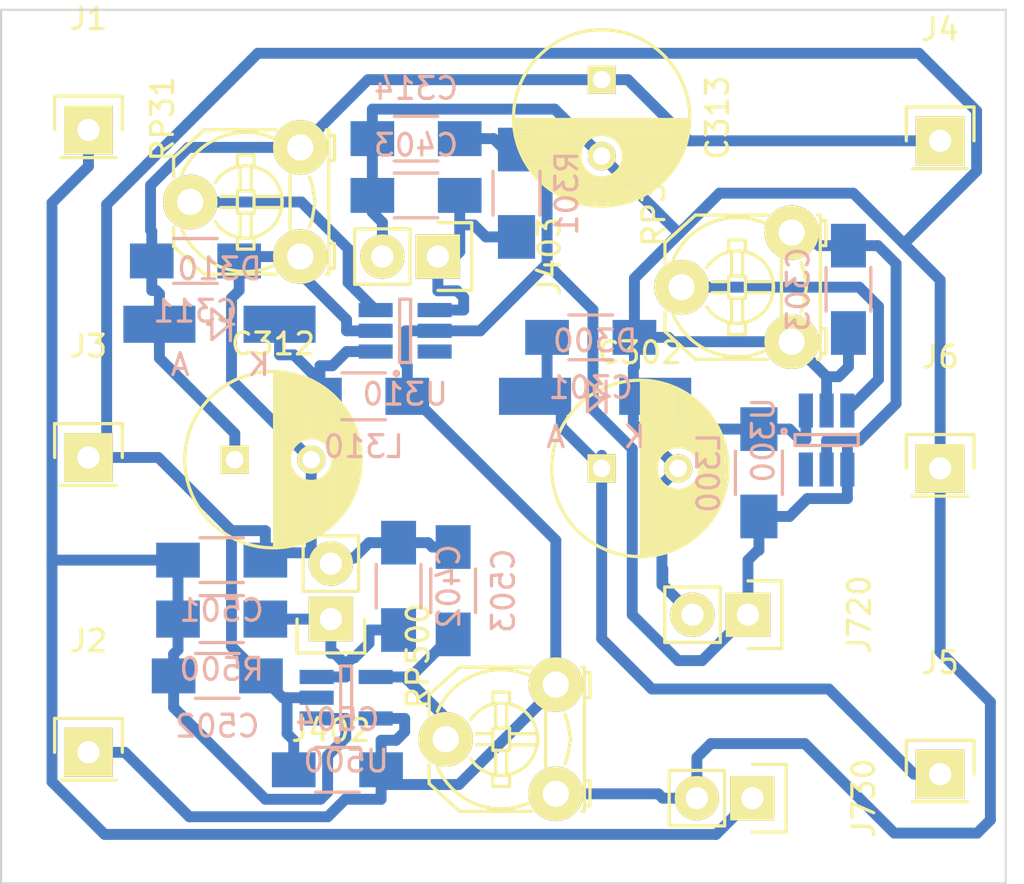
<source format=kicad_pcb>
(kicad_pcb (version 4) (host pcbnew 4.0.2-stable)

  (general
    (links 64)
    (no_connects 0)
    (area 86 76 147 118)
    (thickness 1.6)
    (drawings 4)
    (tracks 257)
    (zones 0)
    (modules 35)
    (nets 13)
  )

  (page A4)
  (layers
    (0 F.Cu signal)
    (31 B.Cu signal)
    (36 B.SilkS user)
    (37 F.SilkS user)
    (38 B.Mask user)
    (40 Dwgs.User user)
    (41 Cmts.User user)
    (42 Eco1.User user)
    (43 Eco2.User user)
    (44 Edge.Cuts user)
    (45 Margin user)
    (48 B.Fab user)
    (49 F.Fab user)
  )

  (setup
    (last_trace_width 0.5)
    (trace_clearance 0.3)
    (zone_clearance 0.508)
    (zone_45_only no)
    (trace_min 0.5)
    (segment_width 0.2)
    (edge_width 0.1)
    (via_size 1.5)
    (via_drill 0.7)
    (via_min_size 0.4)
    (via_min_drill 0.3)
    (uvia_size 0.3)
    (uvia_drill 0.1)
    (uvias_allowed no)
    (uvia_min_size 0.2)
    (uvia_min_drill 0.1)
    (pcb_text_width 0.3)
    (pcb_text_size 1.5 1.5)
    (mod_edge_width 0.15)
    (mod_text_size 1 1)
    (mod_text_width 0.15)
    (pad_size 1.5 1.5)
    (pad_drill 0.6)
    (pad_to_mask_clearance 0)
    (aux_axis_origin 0 0)
    (visible_elements FFFFFF7F)
    (pcbplotparams
      (layerselection 0x00030_80000001)
      (usegerberextensions false)
      (excludeedgelayer true)
      (linewidth 0.200000)
      (plotframeref false)
      (viasonmask false)
      (mode 1)
      (useauxorigin false)
      (hpglpennumber 1)
      (hpglpenspeed 20)
      (hpglpendiameter 15)
      (hpglpenoverlay 2)
      (psnegative false)
      (psa4output false)
      (plotreference true)
      (plotvalue true)
      (plotinvisibletext false)
      (padsonsilk false)
      (subtractmaskfromsilk false)
      (outputformat 1)
      (mirror false)
      (drillshape 1)
      (scaleselection 1)
      (outputdirectory ""))
  )

  (net 0 "")
  (net 1 VCC)
  (net 2 GND)
  (net 3 V_bat)
  (net 4 +12V)
  (net 5 BP2)
  (net 6 BP3)
  (net 7 V_sol)
  (net 8 "Net-(C503-Pad1)")
  (net 9 "Net-(D300-Pad1)")
  (net 10 "Net-(D310-Pad1)")
  (net 11 "Net-(RP30-Pad2)")
  (net 12 "Net-(RP31-Pad2)")

  (net_class Default "This is the default net class."
    (clearance 0.3)
    (trace_width 0.5)
    (via_dia 1.5)
    (via_drill 0.7)
    (uvia_dia 0.3)
    (uvia_drill 0.1)
    (add_net +12V)
    (add_net BP2)
    (add_net BP3)
    (add_net GND)
    (add_net "Net-(C503-Pad1)")
    (add_net "Net-(D300-Pad1)")
    (add_net "Net-(D310-Pad1)")
    (add_net "Net-(RP30-Pad2)")
    (add_net "Net-(RP31-Pad2)")
    (add_net VCC)
    (add_net V_bat)
    (add_net V_sol)
  )

  (module Capacitors_SMD:C_1206_HandSoldering placed (layer B.Cu) (tedit 541A9C03) (tstamp 57D17489)
    (at 116 93)
    (descr "Capacitor SMD 1206, hand soldering")
    (tags "capacitor 1206")
    (path /57C1E910)
    (attr smd)
    (fp_text reference C301 (at 0 2.3) (layer B.SilkS)
      (effects (font (size 1 1) (thickness 0.15)) (justify mirror))
    )
    (fp_text value 10uF (at 0 -2.3) (layer B.Fab)
      (effects (font (size 1 1) (thickness 0.15)) (justify mirror))
    )
    (fp_line (start -3.3 1.15) (end 3.3 1.15) (layer B.CrtYd) (width 0.05))
    (fp_line (start -3.3 -1.15) (end 3.3 -1.15) (layer B.CrtYd) (width 0.05))
    (fp_line (start -3.3 1.15) (end -3.3 -1.15) (layer B.CrtYd) (width 0.05))
    (fp_line (start 3.3 1.15) (end 3.3 -1.15) (layer B.CrtYd) (width 0.05))
    (fp_line (start 1 1.025) (end -1 1.025) (layer B.SilkS) (width 0.15))
    (fp_line (start -1 -1.025) (end 1 -1.025) (layer B.SilkS) (width 0.15))
    (pad 1 smd rect (at -2 0) (size 2 1.6) (layers B.Cu B.Mask)
      (net 1 VCC))
    (pad 2 smd rect (at 2 0) (size 2 1.6) (layers B.Cu B.Mask)
      (net 2 GND))
    (model Capacitors_SMD.3dshapes/C_1206_HandSoldering.wrl
      (at (xyz 0 0 0))
      (scale (xyz 1 1 1))
      (rotate (xyz 0 0 0))
    )
  )

  (module Capacitors_ThroughHole:C_Radial_D8_L11.5_P3.5 placed (layer F.Cu) (tedit 0) (tstamp 57D1748F)
    (at 116.5 99)
    (descr "Radial Electrolytic Capacitor Diameter 8mm x Length 11.5mm, Pitch 3.5mm")
    (tags "Electrolytic Capacitor")
    (path /57C5507A)
    (fp_text reference C302 (at 1.75 -5.3) (layer F.SilkS)
      (effects (font (size 1 1) (thickness 0.15)))
    )
    (fp_text value 470uF (at 1.75 5.3) (layer F.Fab)
      (effects (font (size 1 1) (thickness 0.15)))
    )
    (fp_line (start 1.825 -3.999) (end 1.825 3.999) (layer F.SilkS) (width 0.15))
    (fp_line (start 1.965 -3.994) (end 1.965 3.994) (layer F.SilkS) (width 0.15))
    (fp_line (start 2.105 -3.984) (end 2.105 3.984) (layer F.SilkS) (width 0.15))
    (fp_line (start 2.245 -3.969) (end 2.245 3.969) (layer F.SilkS) (width 0.15))
    (fp_line (start 2.385 -3.949) (end 2.385 3.949) (layer F.SilkS) (width 0.15))
    (fp_line (start 2.525 -3.924) (end 2.525 -0.222) (layer F.SilkS) (width 0.15))
    (fp_line (start 2.525 0.222) (end 2.525 3.924) (layer F.SilkS) (width 0.15))
    (fp_line (start 2.665 -3.894) (end 2.665 -0.55) (layer F.SilkS) (width 0.15))
    (fp_line (start 2.665 0.55) (end 2.665 3.894) (layer F.SilkS) (width 0.15))
    (fp_line (start 2.805 -3.858) (end 2.805 -0.719) (layer F.SilkS) (width 0.15))
    (fp_line (start 2.805 0.719) (end 2.805 3.858) (layer F.SilkS) (width 0.15))
    (fp_line (start 2.945 -3.817) (end 2.945 -0.832) (layer F.SilkS) (width 0.15))
    (fp_line (start 2.945 0.832) (end 2.945 3.817) (layer F.SilkS) (width 0.15))
    (fp_line (start 3.085 -3.771) (end 3.085 -0.91) (layer F.SilkS) (width 0.15))
    (fp_line (start 3.085 0.91) (end 3.085 3.771) (layer F.SilkS) (width 0.15))
    (fp_line (start 3.225 -3.718) (end 3.225 -0.961) (layer F.SilkS) (width 0.15))
    (fp_line (start 3.225 0.961) (end 3.225 3.718) (layer F.SilkS) (width 0.15))
    (fp_line (start 3.365 -3.659) (end 3.365 -0.991) (layer F.SilkS) (width 0.15))
    (fp_line (start 3.365 0.991) (end 3.365 3.659) (layer F.SilkS) (width 0.15))
    (fp_line (start 3.505 -3.594) (end 3.505 -1) (layer F.SilkS) (width 0.15))
    (fp_line (start 3.505 1) (end 3.505 3.594) (layer F.SilkS) (width 0.15))
    (fp_line (start 3.645 -3.523) (end 3.645 -0.989) (layer F.SilkS) (width 0.15))
    (fp_line (start 3.645 0.989) (end 3.645 3.523) (layer F.SilkS) (width 0.15))
    (fp_line (start 3.785 -3.444) (end 3.785 -0.959) (layer F.SilkS) (width 0.15))
    (fp_line (start 3.785 0.959) (end 3.785 3.444) (layer F.SilkS) (width 0.15))
    (fp_line (start 3.925 -3.357) (end 3.925 -0.905) (layer F.SilkS) (width 0.15))
    (fp_line (start 3.925 0.905) (end 3.925 3.357) (layer F.SilkS) (width 0.15))
    (fp_line (start 4.065 -3.262) (end 4.065 -0.825) (layer F.SilkS) (width 0.15))
    (fp_line (start 4.065 0.825) (end 4.065 3.262) (layer F.SilkS) (width 0.15))
    (fp_line (start 4.205 -3.158) (end 4.205 -0.709) (layer F.SilkS) (width 0.15))
    (fp_line (start 4.205 0.709) (end 4.205 3.158) (layer F.SilkS) (width 0.15))
    (fp_line (start 4.345 -3.044) (end 4.345 -0.535) (layer F.SilkS) (width 0.15))
    (fp_line (start 4.345 0.535) (end 4.345 3.044) (layer F.SilkS) (width 0.15))
    (fp_line (start 4.485 -2.919) (end 4.485 -0.173) (layer F.SilkS) (width 0.15))
    (fp_line (start 4.485 0.173) (end 4.485 2.919) (layer F.SilkS) (width 0.15))
    (fp_line (start 4.625 -2.781) (end 4.625 2.781) (layer F.SilkS) (width 0.15))
    (fp_line (start 4.765 -2.629) (end 4.765 2.629) (layer F.SilkS) (width 0.15))
    (fp_line (start 4.905 -2.459) (end 4.905 2.459) (layer F.SilkS) (width 0.15))
    (fp_line (start 5.045 -2.268) (end 5.045 2.268) (layer F.SilkS) (width 0.15))
    (fp_line (start 5.185 -2.05) (end 5.185 2.05) (layer F.SilkS) (width 0.15))
    (fp_line (start 5.325 -1.794) (end 5.325 1.794) (layer F.SilkS) (width 0.15))
    (fp_line (start 5.465 -1.483) (end 5.465 1.483) (layer F.SilkS) (width 0.15))
    (fp_line (start 5.605 -1.067) (end 5.605 1.067) (layer F.SilkS) (width 0.15))
    (fp_line (start 5.745 -0.2) (end 5.745 0.2) (layer F.SilkS) (width 0.15))
    (fp_circle (center 3.5 0) (end 3.5 -1) (layer F.SilkS) (width 0.15))
    (fp_circle (center 1.75 0) (end 1.75 -4.0375) (layer F.SilkS) (width 0.15))
    (fp_circle (center 1.75 0) (end 1.75 -4.3) (layer F.CrtYd) (width 0.05))
    (pad 2 thru_hole circle (at 3.5 0) (size 1.3 1.3) (drill 0.8) (layers *.Cu *.Mask F.SilkS)
      (net 2 GND))
    (pad 1 thru_hole rect (at 0 0) (size 1.3 1.3) (drill 0.8) (layers *.Cu *.Mask F.SilkS)
      (net 1 VCC))
    (model Capacitors_ThroughHole.3dshapes/C_Radial_D8_L11.5_P3.5.wrl
      (at (xyz 0 0 0))
      (scale (xyz 1 1 1))
      (rotate (xyz 0 0 0))
    )
  )

  (module Capacitors_SMD:C_1206_HandSoldering placed (layer B.Cu) (tedit 541A9C03) (tstamp 57D17495)
    (at 127.8 90.8 270)
    (descr "Capacitor SMD 1206, hand soldering")
    (tags "capacitor 1206")
    (path /57C1DE51)
    (attr smd)
    (fp_text reference C303 (at 0 2.3 270) (layer B.SilkS)
      (effects (font (size 1 1) (thickness 0.15)) (justify mirror))
    )
    (fp_text value 10uF (at 0 -2.3 270) (layer B.Fab)
      (effects (font (size 1 1) (thickness 0.15)) (justify mirror))
    )
    (fp_line (start -3.3 1.15) (end 3.3 1.15) (layer B.CrtYd) (width 0.05))
    (fp_line (start -3.3 -1.15) (end 3.3 -1.15) (layer B.CrtYd) (width 0.05))
    (fp_line (start -3.3 1.15) (end -3.3 -1.15) (layer B.CrtYd) (width 0.05))
    (fp_line (start 3.3 1.15) (end 3.3 -1.15) (layer B.CrtYd) (width 0.05))
    (fp_line (start 1 1.025) (end -1 1.025) (layer B.SilkS) (width 0.15))
    (fp_line (start -1 -1.025) (end 1 -1.025) (layer B.SilkS) (width 0.15))
    (pad 1 smd rect (at -2 0 270) (size 2 1.6) (layers B.Cu B.Mask)
      (net 3 V_bat))
    (pad 2 smd rect (at 2 0 270) (size 2 1.6) (layers B.Cu B.Mask)
      (net 2 GND))
    (model Capacitors_SMD.3dshapes/C_1206_HandSoldering.wrl
      (at (xyz 0 0 0))
      (scale (xyz 1 1 1))
      (rotate (xyz 0 0 0))
    )
  )

  (module Capacitors_SMD:C_1206_HandSoldering placed (layer B.Cu) (tedit 541A9C03) (tstamp 57D1749B)
    (at 97.9 89.5)
    (descr "Capacitor SMD 1206, hand soldering")
    (tags "capacitor 1206")
    (path /57C214AE)
    (attr smd)
    (fp_text reference C311 (at 0 2.3) (layer B.SilkS)
      (effects (font (size 1 1) (thickness 0.15)) (justify mirror))
    )
    (fp_text value 10uF (at 0 -2.3) (layer B.Fab)
      (effects (font (size 1 1) (thickness 0.15)) (justify mirror))
    )
    (fp_line (start -3.3 1.15) (end 3.3 1.15) (layer B.CrtYd) (width 0.05))
    (fp_line (start -3.3 -1.15) (end 3.3 -1.15) (layer B.CrtYd) (width 0.05))
    (fp_line (start -3.3 1.15) (end -3.3 -1.15) (layer B.CrtYd) (width 0.05))
    (fp_line (start 3.3 1.15) (end 3.3 -1.15) (layer B.CrtYd) (width 0.05))
    (fp_line (start 1 1.025) (end -1 1.025) (layer B.SilkS) (width 0.15))
    (fp_line (start -1 -1.025) (end 1 -1.025) (layer B.SilkS) (width 0.15))
    (pad 1 smd rect (at -2 0) (size 2 1.6) (layers B.Cu B.Mask)
      (net 4 +12V))
    (pad 2 smd rect (at 2 0) (size 2 1.6) (layers B.Cu B.Mask)
      (net 2 GND))
    (model Capacitors_SMD.3dshapes/C_1206_HandSoldering.wrl
      (at (xyz 0 0 0))
      (scale (xyz 1 1 1))
      (rotate (xyz 0 0 0))
    )
  )

  (module Capacitors_ThroughHole:C_Radial_D8_L11.5_P3.5 placed (layer F.Cu) (tedit 0) (tstamp 57D174A1)
    (at 99.7 98.6)
    (descr "Radial Electrolytic Capacitor Diameter 8mm x Length 11.5mm, Pitch 3.5mm")
    (tags "Electrolytic Capacitor")
    (path /57C2378C)
    (fp_text reference C312 (at 1.75 -5.3) (layer F.SilkS)
      (effects (font (size 1 1) (thickness 0.15)))
    )
    (fp_text value 470uF (at 1.75 5.3) (layer F.Fab)
      (effects (font (size 1 1) (thickness 0.15)))
    )
    (fp_line (start 1.825 -3.999) (end 1.825 3.999) (layer F.SilkS) (width 0.15))
    (fp_line (start 1.965 -3.994) (end 1.965 3.994) (layer F.SilkS) (width 0.15))
    (fp_line (start 2.105 -3.984) (end 2.105 3.984) (layer F.SilkS) (width 0.15))
    (fp_line (start 2.245 -3.969) (end 2.245 3.969) (layer F.SilkS) (width 0.15))
    (fp_line (start 2.385 -3.949) (end 2.385 3.949) (layer F.SilkS) (width 0.15))
    (fp_line (start 2.525 -3.924) (end 2.525 -0.222) (layer F.SilkS) (width 0.15))
    (fp_line (start 2.525 0.222) (end 2.525 3.924) (layer F.SilkS) (width 0.15))
    (fp_line (start 2.665 -3.894) (end 2.665 -0.55) (layer F.SilkS) (width 0.15))
    (fp_line (start 2.665 0.55) (end 2.665 3.894) (layer F.SilkS) (width 0.15))
    (fp_line (start 2.805 -3.858) (end 2.805 -0.719) (layer F.SilkS) (width 0.15))
    (fp_line (start 2.805 0.719) (end 2.805 3.858) (layer F.SilkS) (width 0.15))
    (fp_line (start 2.945 -3.817) (end 2.945 -0.832) (layer F.SilkS) (width 0.15))
    (fp_line (start 2.945 0.832) (end 2.945 3.817) (layer F.SilkS) (width 0.15))
    (fp_line (start 3.085 -3.771) (end 3.085 -0.91) (layer F.SilkS) (width 0.15))
    (fp_line (start 3.085 0.91) (end 3.085 3.771) (layer F.SilkS) (width 0.15))
    (fp_line (start 3.225 -3.718) (end 3.225 -0.961) (layer F.SilkS) (width 0.15))
    (fp_line (start 3.225 0.961) (end 3.225 3.718) (layer F.SilkS) (width 0.15))
    (fp_line (start 3.365 -3.659) (end 3.365 -0.991) (layer F.SilkS) (width 0.15))
    (fp_line (start 3.365 0.991) (end 3.365 3.659) (layer F.SilkS) (width 0.15))
    (fp_line (start 3.505 -3.594) (end 3.505 -1) (layer F.SilkS) (width 0.15))
    (fp_line (start 3.505 1) (end 3.505 3.594) (layer F.SilkS) (width 0.15))
    (fp_line (start 3.645 -3.523) (end 3.645 -0.989) (layer F.SilkS) (width 0.15))
    (fp_line (start 3.645 0.989) (end 3.645 3.523) (layer F.SilkS) (width 0.15))
    (fp_line (start 3.785 -3.444) (end 3.785 -0.959) (layer F.SilkS) (width 0.15))
    (fp_line (start 3.785 0.959) (end 3.785 3.444) (layer F.SilkS) (width 0.15))
    (fp_line (start 3.925 -3.357) (end 3.925 -0.905) (layer F.SilkS) (width 0.15))
    (fp_line (start 3.925 0.905) (end 3.925 3.357) (layer F.SilkS) (width 0.15))
    (fp_line (start 4.065 -3.262) (end 4.065 -0.825) (layer F.SilkS) (width 0.15))
    (fp_line (start 4.065 0.825) (end 4.065 3.262) (layer F.SilkS) (width 0.15))
    (fp_line (start 4.205 -3.158) (end 4.205 -0.709) (layer F.SilkS) (width 0.15))
    (fp_line (start 4.205 0.709) (end 4.205 3.158) (layer F.SilkS) (width 0.15))
    (fp_line (start 4.345 -3.044) (end 4.345 -0.535) (layer F.SilkS) (width 0.15))
    (fp_line (start 4.345 0.535) (end 4.345 3.044) (layer F.SilkS) (width 0.15))
    (fp_line (start 4.485 -2.919) (end 4.485 -0.173) (layer F.SilkS) (width 0.15))
    (fp_line (start 4.485 0.173) (end 4.485 2.919) (layer F.SilkS) (width 0.15))
    (fp_line (start 4.625 -2.781) (end 4.625 2.781) (layer F.SilkS) (width 0.15))
    (fp_line (start 4.765 -2.629) (end 4.765 2.629) (layer F.SilkS) (width 0.15))
    (fp_line (start 4.905 -2.459) (end 4.905 2.459) (layer F.SilkS) (width 0.15))
    (fp_line (start 5.045 -2.268) (end 5.045 2.268) (layer F.SilkS) (width 0.15))
    (fp_line (start 5.185 -2.05) (end 5.185 2.05) (layer F.SilkS) (width 0.15))
    (fp_line (start 5.325 -1.794) (end 5.325 1.794) (layer F.SilkS) (width 0.15))
    (fp_line (start 5.465 -1.483) (end 5.465 1.483) (layer F.SilkS) (width 0.15))
    (fp_line (start 5.605 -1.067) (end 5.605 1.067) (layer F.SilkS) (width 0.15))
    (fp_line (start 5.745 -0.2) (end 5.745 0.2) (layer F.SilkS) (width 0.15))
    (fp_circle (center 3.5 0) (end 3.5 -1) (layer F.SilkS) (width 0.15))
    (fp_circle (center 1.75 0) (end 1.75 -4.0375) (layer F.SilkS) (width 0.15))
    (fp_circle (center 1.75 0) (end 1.75 -4.3) (layer F.CrtYd) (width 0.05))
    (pad 2 thru_hole circle (at 3.5 0) (size 1.3 1.3) (drill 0.8) (layers *.Cu *.Mask F.SilkS)
      (net 2 GND))
    (pad 1 thru_hole rect (at 0 0) (size 1.3 1.3) (drill 0.8) (layers *.Cu *.Mask F.SilkS)
      (net 4 +12V))
    (model Capacitors_ThroughHole.3dshapes/C_Radial_D8_L11.5_P3.5.wrl
      (at (xyz 0 0 0))
      (scale (xyz 1 1 1))
      (rotate (xyz 0 0 0))
    )
  )

  (module Capacitors_ThroughHole:C_Radial_D8_L11.5_P3.5 placed (layer F.Cu) (tedit 0) (tstamp 57D174A7)
    (at 116.5 81.2 270)
    (descr "Radial Electrolytic Capacitor Diameter 8mm x Length 11.5mm, Pitch 3.5mm")
    (tags "Electrolytic Capacitor")
    (path /57C23CFC)
    (fp_text reference C313 (at 1.75 -5.3 270) (layer F.SilkS)
      (effects (font (size 1 1) (thickness 0.15)))
    )
    (fp_text value 470uF (at 1.75 5.3 270) (layer F.Fab)
      (effects (font (size 1 1) (thickness 0.15)))
    )
    (fp_line (start 1.825 -3.999) (end 1.825 3.999) (layer F.SilkS) (width 0.15))
    (fp_line (start 1.965 -3.994) (end 1.965 3.994) (layer F.SilkS) (width 0.15))
    (fp_line (start 2.105 -3.984) (end 2.105 3.984) (layer F.SilkS) (width 0.15))
    (fp_line (start 2.245 -3.969) (end 2.245 3.969) (layer F.SilkS) (width 0.15))
    (fp_line (start 2.385 -3.949) (end 2.385 3.949) (layer F.SilkS) (width 0.15))
    (fp_line (start 2.525 -3.924) (end 2.525 -0.222) (layer F.SilkS) (width 0.15))
    (fp_line (start 2.525 0.222) (end 2.525 3.924) (layer F.SilkS) (width 0.15))
    (fp_line (start 2.665 -3.894) (end 2.665 -0.55) (layer F.SilkS) (width 0.15))
    (fp_line (start 2.665 0.55) (end 2.665 3.894) (layer F.SilkS) (width 0.15))
    (fp_line (start 2.805 -3.858) (end 2.805 -0.719) (layer F.SilkS) (width 0.15))
    (fp_line (start 2.805 0.719) (end 2.805 3.858) (layer F.SilkS) (width 0.15))
    (fp_line (start 2.945 -3.817) (end 2.945 -0.832) (layer F.SilkS) (width 0.15))
    (fp_line (start 2.945 0.832) (end 2.945 3.817) (layer F.SilkS) (width 0.15))
    (fp_line (start 3.085 -3.771) (end 3.085 -0.91) (layer F.SilkS) (width 0.15))
    (fp_line (start 3.085 0.91) (end 3.085 3.771) (layer F.SilkS) (width 0.15))
    (fp_line (start 3.225 -3.718) (end 3.225 -0.961) (layer F.SilkS) (width 0.15))
    (fp_line (start 3.225 0.961) (end 3.225 3.718) (layer F.SilkS) (width 0.15))
    (fp_line (start 3.365 -3.659) (end 3.365 -0.991) (layer F.SilkS) (width 0.15))
    (fp_line (start 3.365 0.991) (end 3.365 3.659) (layer F.SilkS) (width 0.15))
    (fp_line (start 3.505 -3.594) (end 3.505 -1) (layer F.SilkS) (width 0.15))
    (fp_line (start 3.505 1) (end 3.505 3.594) (layer F.SilkS) (width 0.15))
    (fp_line (start 3.645 -3.523) (end 3.645 -0.989) (layer F.SilkS) (width 0.15))
    (fp_line (start 3.645 0.989) (end 3.645 3.523) (layer F.SilkS) (width 0.15))
    (fp_line (start 3.785 -3.444) (end 3.785 -0.959) (layer F.SilkS) (width 0.15))
    (fp_line (start 3.785 0.959) (end 3.785 3.444) (layer F.SilkS) (width 0.15))
    (fp_line (start 3.925 -3.357) (end 3.925 -0.905) (layer F.SilkS) (width 0.15))
    (fp_line (start 3.925 0.905) (end 3.925 3.357) (layer F.SilkS) (width 0.15))
    (fp_line (start 4.065 -3.262) (end 4.065 -0.825) (layer F.SilkS) (width 0.15))
    (fp_line (start 4.065 0.825) (end 4.065 3.262) (layer F.SilkS) (width 0.15))
    (fp_line (start 4.205 -3.158) (end 4.205 -0.709) (layer F.SilkS) (width 0.15))
    (fp_line (start 4.205 0.709) (end 4.205 3.158) (layer F.SilkS) (width 0.15))
    (fp_line (start 4.345 -3.044) (end 4.345 -0.535) (layer F.SilkS) (width 0.15))
    (fp_line (start 4.345 0.535) (end 4.345 3.044) (layer F.SilkS) (width 0.15))
    (fp_line (start 4.485 -2.919) (end 4.485 -0.173) (layer F.SilkS) (width 0.15))
    (fp_line (start 4.485 0.173) (end 4.485 2.919) (layer F.SilkS) (width 0.15))
    (fp_line (start 4.625 -2.781) (end 4.625 2.781) (layer F.SilkS) (width 0.15))
    (fp_line (start 4.765 -2.629) (end 4.765 2.629) (layer F.SilkS) (width 0.15))
    (fp_line (start 4.905 -2.459) (end 4.905 2.459) (layer F.SilkS) (width 0.15))
    (fp_line (start 5.045 -2.268) (end 5.045 2.268) (layer F.SilkS) (width 0.15))
    (fp_line (start 5.185 -2.05) (end 5.185 2.05) (layer F.SilkS) (width 0.15))
    (fp_line (start 5.325 -1.794) (end 5.325 1.794) (layer F.SilkS) (width 0.15))
    (fp_line (start 5.465 -1.483) (end 5.465 1.483) (layer F.SilkS) (width 0.15))
    (fp_line (start 5.605 -1.067) (end 5.605 1.067) (layer F.SilkS) (width 0.15))
    (fp_line (start 5.745 -0.2) (end 5.745 0.2) (layer F.SilkS) (width 0.15))
    (fp_circle (center 3.5 0) (end 3.5 -1) (layer F.SilkS) (width 0.15))
    (fp_circle (center 1.75 0) (end 1.75 -4.0375) (layer F.SilkS) (width 0.15))
    (fp_circle (center 1.75 0) (end 1.75 -4.3) (layer F.CrtYd) (width 0.05))
    (pad 2 thru_hole circle (at 3.5 0 270) (size 1.3 1.3) (drill 0.8) (layers *.Cu *.Mask F.SilkS)
      (net 2 GND))
    (pad 1 thru_hole rect (at 0 0 270) (size 1.3 1.3) (drill 0.8) (layers *.Cu *.Mask F.SilkS)
      (net 4 +12V))
    (model Capacitors_ThroughHole.3dshapes/C_Radial_D8_L11.5_P3.5.wrl
      (at (xyz 0 0 0))
      (scale (xyz 1 1 1))
      (rotate (xyz 0 0 0))
    )
  )

  (module Capacitors_SMD:C_1206_HandSoldering placed (layer B.Cu) (tedit 541A9C03) (tstamp 57D174AD)
    (at 108 83.9 180)
    (descr "Capacitor SMD 1206, hand soldering")
    (tags "capacitor 1206")
    (path /57C214A1)
    (attr smd)
    (fp_text reference C314 (at 0 2.3 180) (layer B.SilkS)
      (effects (font (size 1 1) (thickness 0.15)) (justify mirror))
    )
    (fp_text value 10uF (at 0 -2.3 180) (layer B.Fab)
      (effects (font (size 1 1) (thickness 0.15)) (justify mirror))
    )
    (fp_line (start -3.3 1.15) (end 3.3 1.15) (layer B.CrtYd) (width 0.05))
    (fp_line (start -3.3 -1.15) (end 3.3 -1.15) (layer B.CrtYd) (width 0.05))
    (fp_line (start -3.3 1.15) (end -3.3 -1.15) (layer B.CrtYd) (width 0.05))
    (fp_line (start 3.3 1.15) (end 3.3 -1.15) (layer B.CrtYd) (width 0.05))
    (fp_line (start 1 1.025) (end -1 1.025) (layer B.SilkS) (width 0.15))
    (fp_line (start -1 -1.025) (end 1 -1.025) (layer B.SilkS) (width 0.15))
    (pad 1 smd rect (at -2 0 180) (size 2 1.6) (layers B.Cu B.Mask)
      (net 3 V_bat))
    (pad 2 smd rect (at 2 0 180) (size 2 1.6) (layers B.Cu B.Mask)
      (net 2 GND))
    (model Capacitors_SMD.3dshapes/C_1206_HandSoldering.wrl
      (at (xyz 0 0 0))
      (scale (xyz 1 1 1))
      (rotate (xyz 0 0 0))
    )
  )

  (module Capacitors_SMD:C_1206_HandSoldering placed (layer B.Cu) (tedit 541A9C03) (tstamp 57D174B3)
    (at 107.2 104.4 90)
    (descr "Capacitor SMD 1206, hand soldering")
    (tags "capacitor 1206")
    (path /57C1BF1E)
    (attr smd)
    (fp_text reference C402 (at 0 2.3 90) (layer B.SilkS)
      (effects (font (size 1 1) (thickness 0.15)) (justify mirror))
    )
    (fp_text value 10n (at 0 -2.3 90) (layer B.Fab)
      (effects (font (size 1 1) (thickness 0.15)) (justify mirror))
    )
    (fp_line (start -3.3 1.15) (end 3.3 1.15) (layer B.CrtYd) (width 0.05))
    (fp_line (start -3.3 -1.15) (end 3.3 -1.15) (layer B.CrtYd) (width 0.05))
    (fp_line (start -3.3 1.15) (end -3.3 -1.15) (layer B.CrtYd) (width 0.05))
    (fp_line (start 3.3 1.15) (end 3.3 -1.15) (layer B.CrtYd) (width 0.05))
    (fp_line (start 1 1.025) (end -1 1.025) (layer B.SilkS) (width 0.15))
    (fp_line (start -1 -1.025) (end 1 -1.025) (layer B.SilkS) (width 0.15))
    (pad 1 smd rect (at -2 0 90) (size 2 1.6) (layers B.Cu B.Mask)
      (net 5 BP2))
    (pad 2 smd rect (at 2 0 90) (size 2 1.6) (layers B.Cu B.Mask)
      (net 2 GND))
    (model Capacitors_SMD.3dshapes/C_1206_HandSoldering.wrl
      (at (xyz 0 0 0))
      (scale (xyz 1 1 1))
      (rotate (xyz 0 0 0))
    )
  )

  (module Capacitors_SMD:C_1206_HandSoldering placed (layer B.Cu) (tedit 541A9C03) (tstamp 57D174B9)
    (at 108 86.5 180)
    (descr "Capacitor SMD 1206, hand soldering")
    (tags "capacitor 1206")
    (path /57C1C067)
    (attr smd)
    (fp_text reference C403 (at 0 2.3 180) (layer B.SilkS)
      (effects (font (size 1 1) (thickness 0.15)) (justify mirror))
    )
    (fp_text value 10n (at 0 -2.3 180) (layer B.Fab)
      (effects (font (size 1 1) (thickness 0.15)) (justify mirror))
    )
    (fp_line (start -3.3 1.15) (end 3.3 1.15) (layer B.CrtYd) (width 0.05))
    (fp_line (start -3.3 -1.15) (end 3.3 -1.15) (layer B.CrtYd) (width 0.05))
    (fp_line (start -3.3 1.15) (end -3.3 -1.15) (layer B.CrtYd) (width 0.05))
    (fp_line (start 3.3 1.15) (end 3.3 -1.15) (layer B.CrtYd) (width 0.05))
    (fp_line (start 1 1.025) (end -1 1.025) (layer B.SilkS) (width 0.15))
    (fp_line (start -1 -1.025) (end 1 -1.025) (layer B.SilkS) (width 0.15))
    (pad 1 smd rect (at -2 0 180) (size 2 1.6) (layers B.Cu B.Mask)
      (net 6 BP3))
    (pad 2 smd rect (at 2 0 180) (size 2 1.6) (layers B.Cu B.Mask)
      (net 2 GND))
    (model Capacitors_SMD.3dshapes/C_1206_HandSoldering.wrl
      (at (xyz 0 0 0))
      (scale (xyz 1 1 1))
      (rotate (xyz 0 0 0))
    )
  )

  (module Capacitors_SMD:C_1206_HandSoldering placed (layer B.Cu) (tedit 541A9C03) (tstamp 57D174BF)
    (at 99.1 103.2)
    (descr "Capacitor SMD 1206, hand soldering")
    (tags "capacitor 1206")
    (path /57C0AF26)
    (attr smd)
    (fp_text reference C501 (at 0 2.3) (layer B.SilkS)
      (effects (font (size 1 1) (thickness 0.15)) (justify mirror))
    )
    (fp_text value 10uF (at 0 -2.3) (layer B.Fab)
      (effects (font (size 1 1) (thickness 0.15)) (justify mirror))
    )
    (fp_line (start -3.3 1.15) (end 3.3 1.15) (layer B.CrtYd) (width 0.05))
    (fp_line (start -3.3 -1.15) (end 3.3 -1.15) (layer B.CrtYd) (width 0.05))
    (fp_line (start -3.3 1.15) (end -3.3 -1.15) (layer B.CrtYd) (width 0.05))
    (fp_line (start 3.3 1.15) (end 3.3 -1.15) (layer B.CrtYd) (width 0.05))
    (fp_line (start 1 1.025) (end -1 1.025) (layer B.SilkS) (width 0.15))
    (fp_line (start -1 -1.025) (end 1 -1.025) (layer B.SilkS) (width 0.15))
    (pad 1 smd rect (at -2 0) (size 2 1.6) (layers B.Cu B.Mask)
      (net 7 V_sol))
    (pad 2 smd rect (at 2 0) (size 2 1.6) (layers B.Cu B.Mask)
      (net 2 GND))
    (model Capacitors_SMD.3dshapes/C_1206_HandSoldering.wrl
      (at (xyz 0 0 0))
      (scale (xyz 1 1 1))
      (rotate (xyz 0 0 0))
    )
  )

  (module Capacitors_SMD:C_1206_HandSoldering placed (layer B.Cu) (tedit 541A9C03) (tstamp 57D174C5)
    (at 98.9 108.5)
    (descr "Capacitor SMD 1206, hand soldering")
    (tags "capacitor 1206")
    (path /57C08080)
    (attr smd)
    (fp_text reference C502 (at 0 2.3) (layer B.SilkS)
      (effects (font (size 1 1) (thickness 0.15)) (justify mirror))
    )
    (fp_text value 10n (at 0 -2.3) (layer B.Fab)
      (effects (font (size 1 1) (thickness 0.15)) (justify mirror))
    )
    (fp_line (start -3.3 1.15) (end 3.3 1.15) (layer B.CrtYd) (width 0.05))
    (fp_line (start -3.3 -1.15) (end 3.3 -1.15) (layer B.CrtYd) (width 0.05))
    (fp_line (start -3.3 1.15) (end -3.3 -1.15) (layer B.CrtYd) (width 0.05))
    (fp_line (start 3.3 1.15) (end 3.3 -1.15) (layer B.CrtYd) (width 0.05))
    (fp_line (start 1 1.025) (end -1 1.025) (layer B.SilkS) (width 0.15))
    (fp_line (start -1 -1.025) (end 1 -1.025) (layer B.SilkS) (width 0.15))
    (pad 1 smd rect (at -2 0) (size 2 1.6) (layers B.Cu B.Mask)
      (net 7 V_sol))
    (pad 2 smd rect (at 2 0) (size 2 1.6) (layers B.Cu B.Mask)
      (net 2 GND))
    (model Capacitors_SMD.3dshapes/C_1206_HandSoldering.wrl
      (at (xyz 0 0 0))
      (scale (xyz 1 1 1))
      (rotate (xyz 0 0 0))
    )
  )

  (module Capacitors_SMD:C_1206_HandSoldering placed (layer B.Cu) (tedit 541A9C03) (tstamp 57D174CB)
    (at 109.7 104.6 90)
    (descr "Capacitor SMD 1206, hand soldering")
    (tags "capacitor 1206")
    (path /57C110DB)
    (attr smd)
    (fp_text reference C503 (at 0 2.3 90) (layer B.SilkS)
      (effects (font (size 1 1) (thickness 0.15)) (justify mirror))
    )
    (fp_text value 10n (at 0 -2.3 90) (layer B.Fab)
      (effects (font (size 1 1) (thickness 0.15)) (justify mirror))
    )
    (fp_line (start -3.3 1.15) (end 3.3 1.15) (layer B.CrtYd) (width 0.05))
    (fp_line (start -3.3 -1.15) (end 3.3 -1.15) (layer B.CrtYd) (width 0.05))
    (fp_line (start -3.3 1.15) (end -3.3 -1.15) (layer B.CrtYd) (width 0.05))
    (fp_line (start 3.3 1.15) (end 3.3 -1.15) (layer B.CrtYd) (width 0.05))
    (fp_line (start 1 1.025) (end -1 1.025) (layer B.SilkS) (width 0.15))
    (fp_line (start -1 -1.025) (end 1 -1.025) (layer B.SilkS) (width 0.15))
    (pad 1 smd rect (at -2 0 90) (size 2 1.6) (layers B.Cu B.Mask)
      (net 8 "Net-(C503-Pad1)"))
    (pad 2 smd rect (at 2 0 90) (size 2 1.6) (layers B.Cu B.Mask)
      (net 2 GND))
    (model Capacitors_SMD.3dshapes/C_1206_HandSoldering.wrl
      (at (xyz 0 0 0))
      (scale (xyz 1 1 1))
      (rotate (xyz 0 0 0))
    )
  )

  (module Capacitors_SMD:C_1206_HandSoldering placed (layer B.Cu) (tedit 541A9C03) (tstamp 57D174D1)
    (at 104.4 112.8 180)
    (descr "Capacitor SMD 1206, hand soldering")
    (tags "capacitor 1206")
    (path /57C12788)
    (attr smd)
    (fp_text reference C504 (at 0 2.3 180) (layer B.SilkS)
      (effects (font (size 1 1) (thickness 0.15)) (justify mirror))
    )
    (fp_text value 10uF (at 0 -2.3 180) (layer B.Fab)
      (effects (font (size 1 1) (thickness 0.15)) (justify mirror))
    )
    (fp_line (start -3.3 1.15) (end 3.3 1.15) (layer B.CrtYd) (width 0.05))
    (fp_line (start -3.3 -1.15) (end 3.3 -1.15) (layer B.CrtYd) (width 0.05))
    (fp_line (start -3.3 1.15) (end -3.3 -1.15) (layer B.CrtYd) (width 0.05))
    (fp_line (start 3.3 1.15) (end 3.3 -1.15) (layer B.CrtYd) (width 0.05))
    (fp_line (start 1 1.025) (end -1 1.025) (layer B.SilkS) (width 0.15))
    (fp_line (start -1 -1.025) (end 1 -1.025) (layer B.SilkS) (width 0.15))
    (pad 1 smd rect (at -2 0 180) (size 2 1.6) (layers B.Cu B.Mask)
      (net 3 V_bat))
    (pad 2 smd rect (at 2 0 180) (size 2 1.6) (layers B.Cu B.Mask)
      (net 2 GND))
    (model Capacitors_SMD.3dshapes/C_1206_HandSoldering.wrl
      (at (xyz 0 0 0))
      (scale (xyz 1 1 1))
      (rotate (xyz 0 0 0))
    )
  )

  (module Diodes_SMD:MiniMELF_Handsoldering placed (layer B.Cu) (tedit 5530FDE5) (tstamp 57D174D7)
    (at 116.2 95.7 180)
    (descr "Diode Mini-MELF Handsoldering")
    (tags "Diode Mini-MELF Handsoldering")
    (path /57C1927F)
    (attr smd)
    (fp_text reference D300 (at 0 2.54 180) (layer B.SilkS)
      (effects (font (size 1 1) (thickness 0.15)) (justify mirror))
    )
    (fp_text value SCHOTTKY (at 0 -3.81 180) (layer B.Fab)
      (effects (font (size 1 1) (thickness 0.15)) (justify mirror))
    )
    (fp_line (start -4.55 1) (end 4.55 1) (layer B.CrtYd) (width 0.05))
    (fp_line (start 4.55 1) (end 4.55 -1) (layer B.CrtYd) (width 0.05))
    (fp_line (start 4.55 -1) (end -4.55 -1) (layer B.CrtYd) (width 0.05))
    (fp_line (start -4.55 -1) (end -4.55 1) (layer B.CrtYd) (width 0.05))
    (fp_line (start -0.49958 0) (end -0.64944 0) (layer B.SilkS) (width 0.15))
    (fp_line (start 0.34878 0) (end 0.54944 0) (layer B.SilkS) (width 0.15))
    (fp_line (start -0.49958 0) (end -0.49958 -0.7493) (layer B.SilkS) (width 0.15))
    (fp_line (start -0.49958 0) (end -0.49958 0.70104) (layer B.SilkS) (width 0.15))
    (fp_line (start -0.49958 0) (end 0.34878 0.70104) (layer B.SilkS) (width 0.15))
    (fp_line (start 0.34878 0.70104) (end 0.34878 -0.70104) (layer B.SilkS) (width 0.15))
    (fp_line (start 0.34878 -0.70104) (end -0.49958 0) (layer B.SilkS) (width 0.15))
    (fp_text user K (at -1.8 -1.85 180) (layer B.SilkS)
      (effects (font (size 1 1) (thickness 0.15)) (justify mirror))
    )
    (fp_text user A (at 1.8 -1.85 180) (layer B.SilkS)
      (effects (font (size 1 1) (thickness 0.15)) (justify mirror))
    )
    (pad 1 smd rect (at -2.75082 0 180) (size 3.29946 1.69926) (layers B.Cu B.Mask)
      (net 9 "Net-(D300-Pad1)"))
    (pad 2 smd rect (at 2.75082 0 180) (size 3.29946 1.69926) (layers B.Cu B.Mask)
      (net 1 VCC))
    (model Diodes_SMD.3dshapes/MiniMELF_Handsoldering.wrl
      (at (xyz 0 0 0))
      (scale (xyz 0.3937 0.3937 0.3937))
      (rotate (xyz 0 0 180))
    )
  )

  (module Diodes_SMD:MiniMELF_Handsoldering placed (layer B.Cu) (tedit 5530FDE5) (tstamp 57D174DD)
    (at 99 92.4 180)
    (descr "Diode Mini-MELF Handsoldering")
    (tags "Diode Mini-MELF Handsoldering")
    (path /57C2148E)
    (attr smd)
    (fp_text reference D310 (at 0 2.54 180) (layer B.SilkS)
      (effects (font (size 1 1) (thickness 0.15)) (justify mirror))
    )
    (fp_text value SCHOTTKY (at 0 -3.81 180) (layer B.Fab)
      (effects (font (size 1 1) (thickness 0.15)) (justify mirror))
    )
    (fp_line (start -4.55 1) (end 4.55 1) (layer B.CrtYd) (width 0.05))
    (fp_line (start 4.55 1) (end 4.55 -1) (layer B.CrtYd) (width 0.05))
    (fp_line (start 4.55 -1) (end -4.55 -1) (layer B.CrtYd) (width 0.05))
    (fp_line (start -4.55 -1) (end -4.55 1) (layer B.CrtYd) (width 0.05))
    (fp_line (start -0.49958 0) (end -0.64944 0) (layer B.SilkS) (width 0.15))
    (fp_line (start 0.34878 0) (end 0.54944 0) (layer B.SilkS) (width 0.15))
    (fp_line (start -0.49958 0) (end -0.49958 -0.7493) (layer B.SilkS) (width 0.15))
    (fp_line (start -0.49958 0) (end -0.49958 0.70104) (layer B.SilkS) (width 0.15))
    (fp_line (start -0.49958 0) (end 0.34878 0.70104) (layer B.SilkS) (width 0.15))
    (fp_line (start 0.34878 0.70104) (end 0.34878 -0.70104) (layer B.SilkS) (width 0.15))
    (fp_line (start 0.34878 -0.70104) (end -0.49958 0) (layer B.SilkS) (width 0.15))
    (fp_text user K (at -1.8 -1.85 180) (layer B.SilkS)
      (effects (font (size 1 1) (thickness 0.15)) (justify mirror))
    )
    (fp_text user A (at 1.8 -1.85 180) (layer B.SilkS)
      (effects (font (size 1 1) (thickness 0.15)) (justify mirror))
    )
    (pad 1 smd rect (at -2.75082 0 180) (size 3.29946 1.69926) (layers B.Cu B.Mask)
      (net 10 "Net-(D310-Pad1)"))
    (pad 2 smd rect (at 2.75082 0 180) (size 3.29946 1.69926) (layers B.Cu B.Mask)
      (net 4 +12V))
    (model Diodes_SMD.3dshapes/MiniMELF_Handsoldering.wrl
      (at (xyz 0 0 0))
      (scale (xyz 0.3937 0.3937 0.3937))
      (rotate (xyz 0 0 180))
    )
  )

  (module Pin_Headers:Pin_Header_Straight_1x02 placed (layer F.Cu) (tedit 54EA090C) (tstamp 57D174E3)
    (at 104.1 105.9 180)
    (descr "Through hole pin header")
    (tags "pin header")
    (path /57C1BF25)
    (fp_text reference J402 (at 0 -5.1 180) (layer F.SilkS)
      (effects (font (size 1 1) (thickness 0.15)))
    )
    (fp_text value HEADER_2 (at 0 -3.1 180) (layer F.Fab)
      (effects (font (size 1 1) (thickness 0.15)))
    )
    (fp_line (start 1.27 1.27) (end 1.27 3.81) (layer F.SilkS) (width 0.15))
    (fp_line (start 1.55 -1.55) (end 1.55 0) (layer F.SilkS) (width 0.15))
    (fp_line (start -1.75 -1.75) (end -1.75 4.3) (layer F.CrtYd) (width 0.05))
    (fp_line (start 1.75 -1.75) (end 1.75 4.3) (layer F.CrtYd) (width 0.05))
    (fp_line (start -1.75 -1.75) (end 1.75 -1.75) (layer F.CrtYd) (width 0.05))
    (fp_line (start -1.75 4.3) (end 1.75 4.3) (layer F.CrtYd) (width 0.05))
    (fp_line (start 1.27 1.27) (end -1.27 1.27) (layer F.SilkS) (width 0.15))
    (fp_line (start -1.55 0) (end -1.55 -1.55) (layer F.SilkS) (width 0.15))
    (fp_line (start -1.55 -1.55) (end 1.55 -1.55) (layer F.SilkS) (width 0.15))
    (fp_line (start -1.27 1.27) (end -1.27 3.81) (layer F.SilkS) (width 0.15))
    (fp_line (start -1.27 3.81) (end 1.27 3.81) (layer F.SilkS) (width 0.15))
    (pad 1 thru_hole rect (at 0 0 180) (size 2.032 2.032) (drill 1.016) (layers *.Cu *.Mask F.SilkS)
      (net 5 BP2))
    (pad 2 thru_hole oval (at 0 2.54 180) (size 2.032 2.032) (drill 1.016) (layers *.Cu *.Mask F.SilkS)
      (net 2 GND))
    (model Pin_Headers.3dshapes/Pin_Header_Straight_1x02.wrl
      (at (xyz 0 -0.05 0))
      (scale (xyz 1 1 1))
      (rotate (xyz 0 0 90))
    )
  )

  (module Pin_Headers:Pin_Header_Straight_1x02 placed (layer F.Cu) (tedit 54EA090C) (tstamp 57D174E9)
    (at 109 89.3 270)
    (descr "Through hole pin header")
    (tags "pin header")
    (path /57C1C06E)
    (fp_text reference J403 (at 0 -5.1 270) (layer F.SilkS)
      (effects (font (size 1 1) (thickness 0.15)))
    )
    (fp_text value HEADER_2 (at 0 -3.1 270) (layer F.Fab)
      (effects (font (size 1 1) (thickness 0.15)))
    )
    (fp_line (start 1.27 1.27) (end 1.27 3.81) (layer F.SilkS) (width 0.15))
    (fp_line (start 1.55 -1.55) (end 1.55 0) (layer F.SilkS) (width 0.15))
    (fp_line (start -1.75 -1.75) (end -1.75 4.3) (layer F.CrtYd) (width 0.05))
    (fp_line (start 1.75 -1.75) (end 1.75 4.3) (layer F.CrtYd) (width 0.05))
    (fp_line (start -1.75 -1.75) (end 1.75 -1.75) (layer F.CrtYd) (width 0.05))
    (fp_line (start -1.75 4.3) (end 1.75 4.3) (layer F.CrtYd) (width 0.05))
    (fp_line (start 1.27 1.27) (end -1.27 1.27) (layer F.SilkS) (width 0.15))
    (fp_line (start -1.55 0) (end -1.55 -1.55) (layer F.SilkS) (width 0.15))
    (fp_line (start -1.55 -1.55) (end 1.55 -1.55) (layer F.SilkS) (width 0.15))
    (fp_line (start -1.27 1.27) (end -1.27 3.81) (layer F.SilkS) (width 0.15))
    (fp_line (start -1.27 3.81) (end 1.27 3.81) (layer F.SilkS) (width 0.15))
    (pad 1 thru_hole rect (at 0 0 270) (size 2.032 2.032) (drill 1.016) (layers *.Cu *.Mask F.SilkS)
      (net 6 BP3))
    (pad 2 thru_hole oval (at 0 2.54 270) (size 2.032 2.032) (drill 1.016) (layers *.Cu *.Mask F.SilkS)
      (net 2 GND))
    (model Pin_Headers.3dshapes/Pin_Header_Straight_1x02.wrl
      (at (xyz 0 -0.05 0))
      (scale (xyz 1 1 1))
      (rotate (xyz 0 0 90))
    )
  )

  (module Pin_Headers:Pin_Header_Straight_1x02 (layer F.Cu) (tedit 54EA090C) (tstamp 57D174EF)
    (at 123.2 105.7 270)
    (descr "Through hole pin header")
    (tags "pin header")
    (path /5739D391)
    (fp_text reference J720 (at 0 -5.1 270) (layer F.SilkS)
      (effects (font (size 1 1) (thickness 0.15)))
    )
    (fp_text value HEADER_2 (at 0 -3.1 270) (layer F.Fab)
      (effects (font (size 1 1) (thickness 0.15)))
    )
    (fp_line (start 1.27 1.27) (end 1.27 3.81) (layer F.SilkS) (width 0.15))
    (fp_line (start 1.55 -1.55) (end 1.55 0) (layer F.SilkS) (width 0.15))
    (fp_line (start -1.75 -1.75) (end -1.75 4.3) (layer F.CrtYd) (width 0.05))
    (fp_line (start 1.75 -1.75) (end 1.75 4.3) (layer F.CrtYd) (width 0.05))
    (fp_line (start -1.75 -1.75) (end 1.75 -1.75) (layer F.CrtYd) (width 0.05))
    (fp_line (start -1.75 4.3) (end 1.75 4.3) (layer F.CrtYd) (width 0.05))
    (fp_line (start 1.27 1.27) (end -1.27 1.27) (layer F.SilkS) (width 0.15))
    (fp_line (start -1.55 0) (end -1.55 -1.55) (layer F.SilkS) (width 0.15))
    (fp_line (start -1.55 -1.55) (end 1.55 -1.55) (layer F.SilkS) (width 0.15))
    (fp_line (start -1.27 1.27) (end -1.27 3.81) (layer F.SilkS) (width 0.15))
    (fp_line (start -1.27 3.81) (end 1.27 3.81) (layer F.SilkS) (width 0.15))
    (pad 1 thru_hole rect (at 0 0 270) (size 2.032 2.032) (drill 1.016) (layers *.Cu *.Mask F.SilkS)
      (net 3 V_bat))
    (pad 2 thru_hole oval (at 0 2.54 270) (size 2.032 2.032) (drill 1.016) (layers *.Cu *.Mask F.SilkS)
      (net 2 GND))
    (model Pin_Headers.3dshapes/Pin_Header_Straight_1x02.wrl
      (at (xyz 0 -0.05 0))
      (scale (xyz 1 1 1))
      (rotate (xyz 0 0 90))
    )
  )

  (module Pin_Headers:Pin_Header_Straight_1x02 (layer F.Cu) (tedit 54EA090C) (tstamp 57D174F5)
    (at 123.4 114.1 270)
    (descr "Through hole pin header")
    (tags "pin header")
    (path /5739D300)
    (fp_text reference J730 (at 0 -5.1 270) (layer F.SilkS)
      (effects (font (size 1 1) (thickness 0.15)))
    )
    (fp_text value HEADER_2 (at 0 -3.1 270) (layer F.Fab)
      (effects (font (size 1 1) (thickness 0.15)))
    )
    (fp_line (start 1.27 1.27) (end 1.27 3.81) (layer F.SilkS) (width 0.15))
    (fp_line (start 1.55 -1.55) (end 1.55 0) (layer F.SilkS) (width 0.15))
    (fp_line (start -1.75 -1.75) (end -1.75 4.3) (layer F.CrtYd) (width 0.05))
    (fp_line (start 1.75 -1.75) (end 1.75 4.3) (layer F.CrtYd) (width 0.05))
    (fp_line (start -1.75 -1.75) (end 1.75 -1.75) (layer F.CrtYd) (width 0.05))
    (fp_line (start -1.75 4.3) (end 1.75 4.3) (layer F.CrtYd) (width 0.05))
    (fp_line (start 1.27 1.27) (end -1.27 1.27) (layer F.SilkS) (width 0.15))
    (fp_line (start -1.55 0) (end -1.55 -1.55) (layer F.SilkS) (width 0.15))
    (fp_line (start -1.55 -1.55) (end 1.55 -1.55) (layer F.SilkS) (width 0.15))
    (fp_line (start -1.27 1.27) (end -1.27 3.81) (layer F.SilkS) (width 0.15))
    (fp_line (start -1.27 3.81) (end 1.27 3.81) (layer F.SilkS) (width 0.15))
    (pad 1 thru_hole rect (at 0 0 270) (size 2.032 2.032) (drill 1.016) (layers *.Cu *.Mask F.SilkS)
      (net 7 V_sol))
    (pad 2 thru_hole oval (at 0 2.54 270) (size 2.032 2.032) (drill 1.016) (layers *.Cu *.Mask F.SilkS)
      (net 2 GND))
    (model Pin_Headers.3dshapes/Pin_Header_Straight_1x02.wrl
      (at (xyz 0 -0.05 0))
      (scale (xyz 1 1 1))
      (rotate (xyz 0 0 90))
    )
  )

  (module Resistors_SMD:R_1206_HandSoldering placed (layer B.Cu) (tedit 5418A20D) (tstamp 57D174FB)
    (at 123.7 99.2 270)
    (descr "Resistor SMD 1206, hand soldering")
    (tags "resistor 1206")
    (path /57C16940)
    (attr smd)
    (fp_text reference L300 (at 0 2.3 270) (layer B.SilkS)
      (effects (font (size 1 1) (thickness 0.15)) (justify mirror))
    )
    (fp_text value INDUCTOR (at 0 -2.3 270) (layer B.Fab)
      (effects (font (size 1 1) (thickness 0.15)) (justify mirror))
    )
    (fp_line (start -3.3 1.2) (end 3.3 1.2) (layer B.CrtYd) (width 0.05))
    (fp_line (start -3.3 -1.2) (end 3.3 -1.2) (layer B.CrtYd) (width 0.05))
    (fp_line (start -3.3 1.2) (end -3.3 -1.2) (layer B.CrtYd) (width 0.05))
    (fp_line (start 3.3 1.2) (end 3.3 -1.2) (layer B.CrtYd) (width 0.05))
    (fp_line (start 1 -1.075) (end -1 -1.075) (layer B.SilkS) (width 0.15))
    (fp_line (start -1 1.075) (end 1 1.075) (layer B.SilkS) (width 0.15))
    (pad 1 smd rect (at -2 0 270) (size 2 1.7) (layers B.Cu B.Mask)
      (net 9 "Net-(D300-Pad1)"))
    (pad 2 smd rect (at 2 0 270) (size 2 1.7) (layers B.Cu B.Mask)
      (net 3 V_bat))
    (model Resistors_SMD.3dshapes/R_1206_HandSoldering.wrl
      (at (xyz 0 0 0))
      (scale (xyz 1 1 1))
      (rotate (xyz 0 0 0))
    )
  )

  (module Resistors_SMD:R_1206_HandSoldering placed (layer B.Cu) (tedit 5418A20D) (tstamp 57D17501)
    (at 105.6 95.7)
    (descr "Resistor SMD 1206, hand soldering")
    (tags "resistor 1206")
    (path /57C21481)
    (attr smd)
    (fp_text reference L310 (at 0 2.3) (layer B.SilkS)
      (effects (font (size 1 1) (thickness 0.15)) (justify mirror))
    )
    (fp_text value INDUCTOR (at 0 -2.3) (layer B.Fab)
      (effects (font (size 1 1) (thickness 0.15)) (justify mirror))
    )
    (fp_line (start -3.3 1.2) (end 3.3 1.2) (layer B.CrtYd) (width 0.05))
    (fp_line (start -3.3 -1.2) (end 3.3 -1.2) (layer B.CrtYd) (width 0.05))
    (fp_line (start -3.3 1.2) (end -3.3 -1.2) (layer B.CrtYd) (width 0.05))
    (fp_line (start 3.3 1.2) (end 3.3 -1.2) (layer B.CrtYd) (width 0.05))
    (fp_line (start 1 -1.075) (end -1 -1.075) (layer B.SilkS) (width 0.15))
    (fp_line (start -1 1.075) (end 1 1.075) (layer B.SilkS) (width 0.15))
    (pad 1 smd rect (at -2 0) (size 2 1.7) (layers B.Cu B.Mask)
      (net 10 "Net-(D310-Pad1)"))
    (pad 2 smd rect (at 2 0) (size 2 1.7) (layers B.Cu B.Mask)
      (net 3 V_bat))
    (model Resistors_SMD.3dshapes/R_1206_HandSoldering.wrl
      (at (xyz 0 0 0))
      (scale (xyz 1 1 1))
      (rotate (xyz 0 0 0))
    )
  )

  (module Resistors_SMD:R_1206_HandSoldering placed (layer B.Cu) (tedit 5418A20D) (tstamp 57D17513)
    (at 99.1 105.9)
    (descr "Resistor SMD 1206, hand soldering")
    (tags "resistor 1206")
    (path /57C0CA41)
    (attr smd)
    (fp_text reference R500 (at 0 2.3) (layer B.SilkS)
      (effects (font (size 1 1) (thickness 0.15)) (justify mirror))
    )
    (fp_text value 10k (at 0 -2.3) (layer B.Fab)
      (effects (font (size 1 1) (thickness 0.15)) (justify mirror))
    )
    (fp_line (start -3.3 1.2) (end 3.3 1.2) (layer B.CrtYd) (width 0.05))
    (fp_line (start -3.3 -1.2) (end 3.3 -1.2) (layer B.CrtYd) (width 0.05))
    (fp_line (start -3.3 1.2) (end -3.3 -1.2) (layer B.CrtYd) (width 0.05))
    (fp_line (start 3.3 1.2) (end 3.3 -1.2) (layer B.CrtYd) (width 0.05))
    (fp_line (start 1 -1.075) (end -1 -1.075) (layer B.SilkS) (width 0.15))
    (fp_line (start -1 1.075) (end 1 1.075) (layer B.SilkS) (width 0.15))
    (pad 1 smd rect (at -2 0) (size 2 1.7) (layers B.Cu B.Mask)
      (net 7 V_sol))
    (pad 2 smd rect (at 2 0) (size 2 1.7) (layers B.Cu B.Mask)
      (net 5 BP2))
    (model Resistors_SMD.3dshapes/R_1206_HandSoldering.wrl
      (at (xyz 0 0 0))
      (scale (xyz 1 1 1))
      (rotate (xyz 0 0 0))
    )
  )

  (module Potentiometers:Potentiometer_Triwood_RM-065 placed (layer F.Cu) (tedit 53FABC1B) (tstamp 57D1751A)
    (at 125.2 93.2 90)
    (descr "Potentiometer, Trimmer, RM-065")
    (tags "Potentiometer, Trimmer, RM-065")
    (path /57C050E5)
    (fp_text reference RP30 (at 6.30936 -6.30936 90) (layer F.SilkS)
      (effects (font (size 1 1) (thickness 0.15)))
    )
    (fp_text value 10k (at 2.49936 2.58064 90) (layer F.Fab)
      (effects (font (size 1 1) (thickness 0.15)))
    )
    (fp_line (start 2.24536 -2.88036) (end 2.24536 -3.64236) (layer F.SilkS) (width 0.15))
    (fp_line (start 2.75336 -2.88036) (end 2.75336 -3.64236) (layer F.SilkS) (width 0.15))
    (fp_arc (start 2.49936 -2.49936) (end 4.15036 -2.24536) (angle 90) (layer F.SilkS) (width 0.15))
    (fp_arc (start 2.49936 -2.49936) (end 2.62636 -0.84836) (angle 90) (layer F.SilkS) (width 0.15))
    (fp_arc (start 2.49936 -2.49936) (end 3.38836 -3.89636) (angle 90) (layer F.SilkS) (width 0.15))
    (fp_arc (start 2.49936 -2.49936) (end 1.10236 -1.61036) (angle 90) (layer F.SilkS) (width 0.15))
    (fp_line (start -0.80264 1.31064) (end -0.80264 1.18364) (layer F.SilkS) (width 0.15))
    (fp_line (start -0.80264 -2.49936) (end -0.80264 -1.10236) (layer F.SilkS) (width 0.15))
    (fp_line (start 5.80136 1.31064) (end 5.80136 1.18364) (layer F.SilkS) (width 0.15))
    (fp_line (start 5.80136 -2.49936) (end 5.80136 -1.10236) (layer F.SilkS) (width 0.15))
    (fp_line (start 1.35636 0.42164) (end 1.73736 0.54864) (layer F.SilkS) (width 0.15))
    (fp_line (start 1.73736 0.54864) (end 2.49936 0.67564) (layer F.SilkS) (width 0.15))
    (fp_line (start 2.49936 0.67564) (end 3.26136 0.54864) (layer F.SilkS) (width 0.15))
    (fp_line (start 3.26136 0.54864) (end 3.64236 0.42164) (layer F.SilkS) (width 0.15))
    (fp_line (start 1.22936 -0.46736) (end 3.76936 -0.46736) (layer F.SilkS) (width 0.15))
    (fp_arc (start 2.49936 -2.49936) (end 3.76936 -5.42036) (angle 90) (layer F.SilkS) (width 0.15))
    (fp_arc (start 2.49936 -2.49936) (end -0.42164 -1.22936) (angle 90) (layer F.SilkS) (width 0.15))
    (fp_line (start 4.53136 -5.80136) (end 3.64236 -5.80136) (layer F.SilkS) (width 0.15))
    (fp_line (start 1.35636 -5.80136) (end 0.46736 -5.80136) (layer F.SilkS) (width 0.15))
    (fp_line (start 4.15036 -2.88036) (end 4.65836 -2.88036) (layer F.SilkS) (width 0.15))
    (fp_line (start 4.65836 -2.88036) (end 4.65836 -2.11836) (layer F.SilkS) (width 0.15))
    (fp_line (start 4.65836 -2.11836) (end 4.15036 -2.11836) (layer F.SilkS) (width 0.15))
    (fp_line (start 0.84836 -2.88036) (end 0.34036 -2.88036) (layer F.SilkS) (width 0.15))
    (fp_line (start 0.34036 -2.88036) (end 0.34036 -2.11836) (layer F.SilkS) (width 0.15))
    (fp_line (start 0.34036 -2.11836) (end 0.84836 -2.11836) (layer F.SilkS) (width 0.15))
    (fp_line (start 3.00736 -2.24536) (end 4.15036 -2.24536) (layer F.SilkS) (width 0.15))
    (fp_line (start 3.00736 -2.75336) (end 4.15036 -2.75336) (layer F.SilkS) (width 0.15))
    (fp_line (start 1.99136 -2.24536) (end 0.84836 -2.24536) (layer F.SilkS) (width 0.15))
    (fp_line (start 1.99136 -2.75336) (end 0.84836 -2.75336) (layer F.SilkS) (width 0.15))
    (fp_line (start 2.75336 -2.11836) (end 2.75336 -0.84836) (layer F.SilkS) (width 0.15))
    (fp_line (start 2.24536 -2.11836) (end 2.24536 -0.84836) (layer F.SilkS) (width 0.15))
    (fp_line (start 1.99136 -2.88036) (end 1.99136 -2.11836) (layer F.SilkS) (width 0.15))
    (fp_line (start 1.99136 -2.11836) (end 3.00736 -2.11836) (layer F.SilkS) (width 0.15))
    (fp_line (start 3.00736 -2.11836) (end 3.00736 -2.88036) (layer F.SilkS) (width 0.15))
    (fp_line (start 3.00736 -2.88036) (end 1.99136 -2.88036) (layer F.SilkS) (width 0.15))
    (fp_line (start 0.46736 -5.80136) (end -0.80264 -4.40436) (layer F.SilkS) (width 0.15))
    (fp_line (start -0.80264 -4.40436) (end -0.80264 -2.49936) (layer F.SilkS) (width 0.15))
    (fp_line (start 4.53136 -5.80136) (end 5.80136 -4.40436) (layer F.SilkS) (width 0.15))
    (fp_line (start 5.80136 -4.40436) (end 5.80136 -2.49936) (layer F.SilkS) (width 0.15))
    (fp_line (start 5.54736 1.31064) (end 5.54736 1.56464) (layer F.SilkS) (width 0.15))
    (fp_line (start 5.54736 1.56464) (end 4.40436 1.56464) (layer F.SilkS) (width 0.15))
    (fp_line (start 4.40436 1.56464) (end 4.40436 1.31064) (layer F.SilkS) (width 0.15))
    (fp_line (start -0.54864 1.31064) (end -0.54864 1.56464) (layer F.SilkS) (width 0.15))
    (fp_line (start -0.54864 1.56464) (end 0.59436 1.56464) (layer F.SilkS) (width 0.15))
    (fp_line (start 0.59436 1.56464) (end 0.59436 1.31064) (layer F.SilkS) (width 0.15))
    (fp_line (start -0.80264 1.31064) (end 5.80136 1.31064) (layer F.SilkS) (width 0.15))
    (pad 2 thru_hole circle (at 2.49936 -5.03936 90) (size 2.49936 2.49936) (drill 1.19888) (layers *.Cu *.Mask F.SilkS)
      (net 11 "Net-(RP30-Pad2)"))
    (pad 3 thru_hole circle (at 4.99872 0 90) (size 2.49936 2.49936) (drill 1.19888) (layers *.Cu *.Mask F.SilkS)
      (net 3 V_bat))
    (pad 1 thru_hole circle (at 0 0 90) (size 2.49936 2.49936) (drill 1.19888) (layers *.Cu *.Mask F.SilkS)
      (net 2 GND))
    (model Potentiometers.3dshapes/Potentiometer_Triwood_RM-065.wrl
      (at (xyz 0 0 0))
      (scale (xyz 4 4 4))
      (rotate (xyz 0 0 0))
    )
  )

  (module Potentiometers:Potentiometer_Triwood_RM-065 placed (layer F.Cu) (tedit 53FABC1B) (tstamp 57D17521)
    (at 102.7 89.3 90)
    (descr "Potentiometer, Trimmer, RM-065")
    (tags "Potentiometer, Trimmer, RM-065")
    (path /57C2147B)
    (fp_text reference RP31 (at 6.30936 -6.30936 90) (layer F.SilkS)
      (effects (font (size 1 1) (thickness 0.15)))
    )
    (fp_text value 10k (at 2.49936 2.58064 90) (layer F.Fab)
      (effects (font (size 1 1) (thickness 0.15)))
    )
    (fp_line (start 2.24536 -2.88036) (end 2.24536 -3.64236) (layer F.SilkS) (width 0.15))
    (fp_line (start 2.75336 -2.88036) (end 2.75336 -3.64236) (layer F.SilkS) (width 0.15))
    (fp_arc (start 2.49936 -2.49936) (end 4.15036 -2.24536) (angle 90) (layer F.SilkS) (width 0.15))
    (fp_arc (start 2.49936 -2.49936) (end 2.62636 -0.84836) (angle 90) (layer F.SilkS) (width 0.15))
    (fp_arc (start 2.49936 -2.49936) (end 3.38836 -3.89636) (angle 90) (layer F.SilkS) (width 0.15))
    (fp_arc (start 2.49936 -2.49936) (end 1.10236 -1.61036) (angle 90) (layer F.SilkS) (width 0.15))
    (fp_line (start -0.80264 1.31064) (end -0.80264 1.18364) (layer F.SilkS) (width 0.15))
    (fp_line (start -0.80264 -2.49936) (end -0.80264 -1.10236) (layer F.SilkS) (width 0.15))
    (fp_line (start 5.80136 1.31064) (end 5.80136 1.18364) (layer F.SilkS) (width 0.15))
    (fp_line (start 5.80136 -2.49936) (end 5.80136 -1.10236) (layer F.SilkS) (width 0.15))
    (fp_line (start 1.35636 0.42164) (end 1.73736 0.54864) (layer F.SilkS) (width 0.15))
    (fp_line (start 1.73736 0.54864) (end 2.49936 0.67564) (layer F.SilkS) (width 0.15))
    (fp_line (start 2.49936 0.67564) (end 3.26136 0.54864) (layer F.SilkS) (width 0.15))
    (fp_line (start 3.26136 0.54864) (end 3.64236 0.42164) (layer F.SilkS) (width 0.15))
    (fp_line (start 1.22936 -0.46736) (end 3.76936 -0.46736) (layer F.SilkS) (width 0.15))
    (fp_arc (start 2.49936 -2.49936) (end 3.76936 -5.42036) (angle 90) (layer F.SilkS) (width 0.15))
    (fp_arc (start 2.49936 -2.49936) (end -0.42164 -1.22936) (angle 90) (layer F.SilkS) (width 0.15))
    (fp_line (start 4.53136 -5.80136) (end 3.64236 -5.80136) (layer F.SilkS) (width 0.15))
    (fp_line (start 1.35636 -5.80136) (end 0.46736 -5.80136) (layer F.SilkS) (width 0.15))
    (fp_line (start 4.15036 -2.88036) (end 4.65836 -2.88036) (layer F.SilkS) (width 0.15))
    (fp_line (start 4.65836 -2.88036) (end 4.65836 -2.11836) (layer F.SilkS) (width 0.15))
    (fp_line (start 4.65836 -2.11836) (end 4.15036 -2.11836) (layer F.SilkS) (width 0.15))
    (fp_line (start 0.84836 -2.88036) (end 0.34036 -2.88036) (layer F.SilkS) (width 0.15))
    (fp_line (start 0.34036 -2.88036) (end 0.34036 -2.11836) (layer F.SilkS) (width 0.15))
    (fp_line (start 0.34036 -2.11836) (end 0.84836 -2.11836) (layer F.SilkS) (width 0.15))
    (fp_line (start 3.00736 -2.24536) (end 4.15036 -2.24536) (layer F.SilkS) (width 0.15))
    (fp_line (start 3.00736 -2.75336) (end 4.15036 -2.75336) (layer F.SilkS) (width 0.15))
    (fp_line (start 1.99136 -2.24536) (end 0.84836 -2.24536) (layer F.SilkS) (width 0.15))
    (fp_line (start 1.99136 -2.75336) (end 0.84836 -2.75336) (layer F.SilkS) (width 0.15))
    (fp_line (start 2.75336 -2.11836) (end 2.75336 -0.84836) (layer F.SilkS) (width 0.15))
    (fp_line (start 2.24536 -2.11836) (end 2.24536 -0.84836) (layer F.SilkS) (width 0.15))
    (fp_line (start 1.99136 -2.88036) (end 1.99136 -2.11836) (layer F.SilkS) (width 0.15))
    (fp_line (start 1.99136 -2.11836) (end 3.00736 -2.11836) (layer F.SilkS) (width 0.15))
    (fp_line (start 3.00736 -2.11836) (end 3.00736 -2.88036) (layer F.SilkS) (width 0.15))
    (fp_line (start 3.00736 -2.88036) (end 1.99136 -2.88036) (layer F.SilkS) (width 0.15))
    (fp_line (start 0.46736 -5.80136) (end -0.80264 -4.40436) (layer F.SilkS) (width 0.15))
    (fp_line (start -0.80264 -4.40436) (end -0.80264 -2.49936) (layer F.SilkS) (width 0.15))
    (fp_line (start 4.53136 -5.80136) (end 5.80136 -4.40436) (layer F.SilkS) (width 0.15))
    (fp_line (start 5.80136 -4.40436) (end 5.80136 -2.49936) (layer F.SilkS) (width 0.15))
    (fp_line (start 5.54736 1.31064) (end 5.54736 1.56464) (layer F.SilkS) (width 0.15))
    (fp_line (start 5.54736 1.56464) (end 4.40436 1.56464) (layer F.SilkS) (width 0.15))
    (fp_line (start 4.40436 1.56464) (end 4.40436 1.31064) (layer F.SilkS) (width 0.15))
    (fp_line (start -0.54864 1.31064) (end -0.54864 1.56464) (layer F.SilkS) (width 0.15))
    (fp_line (start -0.54864 1.56464) (end 0.59436 1.56464) (layer F.SilkS) (width 0.15))
    (fp_line (start 0.59436 1.56464) (end 0.59436 1.31064) (layer F.SilkS) (width 0.15))
    (fp_line (start -0.80264 1.31064) (end 5.80136 1.31064) (layer F.SilkS) (width 0.15))
    (pad 2 thru_hole circle (at 2.49936 -5.03936 90) (size 2.49936 2.49936) (drill 1.19888) (layers *.Cu *.Mask F.SilkS)
      (net 12 "Net-(RP31-Pad2)"))
    (pad 3 thru_hole circle (at 4.99872 0 90) (size 2.49936 2.49936) (drill 1.19888) (layers *.Cu *.Mask F.SilkS)
      (net 4 +12V))
    (pad 1 thru_hole circle (at 0 0 90) (size 2.49936 2.49936) (drill 1.19888) (layers *.Cu *.Mask F.SilkS)
      (net 2 GND))
    (model Potentiometers.3dshapes/Potentiometer_Triwood_RM-065.wrl
      (at (xyz 0 0 0))
      (scale (xyz 4 4 4))
      (rotate (xyz 0 0 0))
    )
  )

  (module Potentiometers:Potentiometer_Triwood_RM-065 placed (layer F.Cu) (tedit 53FABC1B) (tstamp 57D17528)
    (at 114.4 113.9 90)
    (descr "Potentiometer, Trimmer, RM-065")
    (tags "Potentiometer, Trimmer, RM-065")
    (path /57C101D7)
    (fp_text reference RP500 (at 6.30936 -6.30936 90) (layer F.SilkS)
      (effects (font (size 1 1) (thickness 0.15)))
    )
    (fp_text value 10k (at 2.49936 2.58064 90) (layer F.Fab)
      (effects (font (size 1 1) (thickness 0.15)))
    )
    (fp_line (start 2.24536 -2.88036) (end 2.24536 -3.64236) (layer F.SilkS) (width 0.15))
    (fp_line (start 2.75336 -2.88036) (end 2.75336 -3.64236) (layer F.SilkS) (width 0.15))
    (fp_arc (start 2.49936 -2.49936) (end 4.15036 -2.24536) (angle 90) (layer F.SilkS) (width 0.15))
    (fp_arc (start 2.49936 -2.49936) (end 2.62636 -0.84836) (angle 90) (layer F.SilkS) (width 0.15))
    (fp_arc (start 2.49936 -2.49936) (end 3.38836 -3.89636) (angle 90) (layer F.SilkS) (width 0.15))
    (fp_arc (start 2.49936 -2.49936) (end 1.10236 -1.61036) (angle 90) (layer F.SilkS) (width 0.15))
    (fp_line (start -0.80264 1.31064) (end -0.80264 1.18364) (layer F.SilkS) (width 0.15))
    (fp_line (start -0.80264 -2.49936) (end -0.80264 -1.10236) (layer F.SilkS) (width 0.15))
    (fp_line (start 5.80136 1.31064) (end 5.80136 1.18364) (layer F.SilkS) (width 0.15))
    (fp_line (start 5.80136 -2.49936) (end 5.80136 -1.10236) (layer F.SilkS) (width 0.15))
    (fp_line (start 1.35636 0.42164) (end 1.73736 0.54864) (layer F.SilkS) (width 0.15))
    (fp_line (start 1.73736 0.54864) (end 2.49936 0.67564) (layer F.SilkS) (width 0.15))
    (fp_line (start 2.49936 0.67564) (end 3.26136 0.54864) (layer F.SilkS) (width 0.15))
    (fp_line (start 3.26136 0.54864) (end 3.64236 0.42164) (layer F.SilkS) (width 0.15))
    (fp_line (start 1.22936 -0.46736) (end 3.76936 -0.46736) (layer F.SilkS) (width 0.15))
    (fp_arc (start 2.49936 -2.49936) (end 3.76936 -5.42036) (angle 90) (layer F.SilkS) (width 0.15))
    (fp_arc (start 2.49936 -2.49936) (end -0.42164 -1.22936) (angle 90) (layer F.SilkS) (width 0.15))
    (fp_line (start 4.53136 -5.80136) (end 3.64236 -5.80136) (layer F.SilkS) (width 0.15))
    (fp_line (start 1.35636 -5.80136) (end 0.46736 -5.80136) (layer F.SilkS) (width 0.15))
    (fp_line (start 4.15036 -2.88036) (end 4.65836 -2.88036) (layer F.SilkS) (width 0.15))
    (fp_line (start 4.65836 -2.88036) (end 4.65836 -2.11836) (layer F.SilkS) (width 0.15))
    (fp_line (start 4.65836 -2.11836) (end 4.15036 -2.11836) (layer F.SilkS) (width 0.15))
    (fp_line (start 0.84836 -2.88036) (end 0.34036 -2.88036) (layer F.SilkS) (width 0.15))
    (fp_line (start 0.34036 -2.88036) (end 0.34036 -2.11836) (layer F.SilkS) (width 0.15))
    (fp_line (start 0.34036 -2.11836) (end 0.84836 -2.11836) (layer F.SilkS) (width 0.15))
    (fp_line (start 3.00736 -2.24536) (end 4.15036 -2.24536) (layer F.SilkS) (width 0.15))
    (fp_line (start 3.00736 -2.75336) (end 4.15036 -2.75336) (layer F.SilkS) (width 0.15))
    (fp_line (start 1.99136 -2.24536) (end 0.84836 -2.24536) (layer F.SilkS) (width 0.15))
    (fp_line (start 1.99136 -2.75336) (end 0.84836 -2.75336) (layer F.SilkS) (width 0.15))
    (fp_line (start 2.75336 -2.11836) (end 2.75336 -0.84836) (layer F.SilkS) (width 0.15))
    (fp_line (start 2.24536 -2.11836) (end 2.24536 -0.84836) (layer F.SilkS) (width 0.15))
    (fp_line (start 1.99136 -2.88036) (end 1.99136 -2.11836) (layer F.SilkS) (width 0.15))
    (fp_line (start 1.99136 -2.11836) (end 3.00736 -2.11836) (layer F.SilkS) (width 0.15))
    (fp_line (start 3.00736 -2.11836) (end 3.00736 -2.88036) (layer F.SilkS) (width 0.15))
    (fp_line (start 3.00736 -2.88036) (end 1.99136 -2.88036) (layer F.SilkS) (width 0.15))
    (fp_line (start 0.46736 -5.80136) (end -0.80264 -4.40436) (layer F.SilkS) (width 0.15))
    (fp_line (start -0.80264 -4.40436) (end -0.80264 -2.49936) (layer F.SilkS) (width 0.15))
    (fp_line (start 4.53136 -5.80136) (end 5.80136 -4.40436) (layer F.SilkS) (width 0.15))
    (fp_line (start 5.80136 -4.40436) (end 5.80136 -2.49936) (layer F.SilkS) (width 0.15))
    (fp_line (start 5.54736 1.31064) (end 5.54736 1.56464) (layer F.SilkS) (width 0.15))
    (fp_line (start 5.54736 1.56464) (end 4.40436 1.56464) (layer F.SilkS) (width 0.15))
    (fp_line (start 4.40436 1.56464) (end 4.40436 1.31064) (layer F.SilkS) (width 0.15))
    (fp_line (start -0.54864 1.31064) (end -0.54864 1.56464) (layer F.SilkS) (width 0.15))
    (fp_line (start -0.54864 1.56464) (end 0.59436 1.56464) (layer F.SilkS) (width 0.15))
    (fp_line (start 0.59436 1.56464) (end 0.59436 1.31064) (layer F.SilkS) (width 0.15))
    (fp_line (start -0.80264 1.31064) (end 5.80136 1.31064) (layer F.SilkS) (width 0.15))
    (pad 2 thru_hole circle (at 2.49936 -5.03936 90) (size 2.49936 2.49936) (drill 1.19888) (layers *.Cu *.Mask F.SilkS)
      (net 8 "Net-(C503-Pad1)"))
    (pad 3 thru_hole circle (at 4.99872 0 90) (size 2.49936 2.49936) (drill 1.19888) (layers *.Cu *.Mask F.SilkS)
      (net 3 V_bat))
    (pad 1 thru_hole circle (at 0 0 90) (size 2.49936 2.49936) (drill 1.19888) (layers *.Cu *.Mask F.SilkS)
      (net 2 GND))
    (model Potentiometers.3dshapes/Potentiometer_Triwood_RM-065.wrl
      (at (xyz 0 0 0))
      (scale (xyz 4 4 4))
      (rotate (xyz 0 0 0))
    )
  )

  (module TO_SOT_Packages_SMD:SOT-23-6_Handsoldering placed (layer B.Cu) (tedit 57267254) (tstamp 57D17532)
    (at 126.8 97.7 270)
    (descr "6-pin SOT-23 package, Handsoldering")
    (tags "SOT-23-6 Handsoldering")
    (path /57BFA8DD)
    (attr smd)
    (fp_text reference U300 (at 0 2.9 270) (layer B.SilkS)
      (effects (font (size 1 1) (thickness 0.15)) (justify mirror))
    )
    (fp_text value MT3608 (at 0 -2.9 270) (layer B.Fab)
      (effects (font (size 1 1) (thickness 0.15)) (justify mirror))
    )
    (fp_line (start -2.4 -1.7) (end -2.4 1.7) (layer B.CrtYd) (width 0.05))
    (fp_line (start 2.4 -1.7) (end -2.4 -1.7) (layer B.CrtYd) (width 0.05))
    (fp_line (start 2.4 1.7) (end 2.4 -1.7) (layer B.CrtYd) (width 0.05))
    (fp_line (start -2.4 1.7) (end 2.4 1.7) (layer B.CrtYd) (width 0.05))
    (fp_circle (center -0.4 1.95) (end -0.3 1.95) (layer B.SilkS) (width 0.15))
    (fp_line (start 0.25 1.45) (end -0.25 1.45) (layer B.SilkS) (width 0.15))
    (fp_line (start 0.25 -1.45) (end 0.25 1.45) (layer B.SilkS) (width 0.15))
    (fp_line (start -0.25 -1.45) (end 0.25 -1.45) (layer B.SilkS) (width 0.15))
    (fp_line (start -0.25 1.45) (end -0.25 -1.45) (layer B.SilkS) (width 0.15))
    (pad 1 smd rect (at -1.35 0.95 270) (size 1.56 0.65) (layers B.Cu B.Mask)
      (net 9 "Net-(D300-Pad1)"))
    (pad 2 smd rect (at -1.35 0 270) (size 1.56 0.65) (layers B.Cu B.Mask)
      (net 2 GND))
    (pad 3 smd rect (at -1.35 -0.95 270) (size 1.56 0.65) (layers B.Cu B.Mask)
      (net 11 "Net-(RP30-Pad2)"))
    (pad 4 smd rect (at 1.35 -0.95 270) (size 1.56 0.65) (layers B.Cu B.Mask)
      (net 3 V_bat))
    (pad 6 smd rect (at 1.35 0.95 270) (size 1.56 0.65) (layers B.Cu B.Mask))
    (pad 5 smd rect (at 1.35 0 270) (size 1.56 0.65) (layers B.Cu B.Mask)
      (net 3 V_bat))
    (model TO_SOT_Packages_SMD.3dshapes/SOT-23-6.wrl
      (at (xyz 0 0 0))
      (scale (xyz 1 1 1))
      (rotate (xyz 0 0 0))
    )
  )

  (module TO_SOT_Packages_SMD:SOT-23-6_Handsoldering placed (layer B.Cu) (tedit 57267254) (tstamp 57D1753C)
    (at 107.5 92.7)
    (descr "6-pin SOT-23 package, Handsoldering")
    (tags "SOT-23-6 Handsoldering")
    (path /57C21474)
    (attr smd)
    (fp_text reference U310 (at 0 2.9) (layer B.SilkS)
      (effects (font (size 1 1) (thickness 0.15)) (justify mirror))
    )
    (fp_text value MT3608 (at 0 -2.9) (layer B.Fab)
      (effects (font (size 1 1) (thickness 0.15)) (justify mirror))
    )
    (fp_line (start -2.4 -1.7) (end -2.4 1.7) (layer B.CrtYd) (width 0.05))
    (fp_line (start 2.4 -1.7) (end -2.4 -1.7) (layer B.CrtYd) (width 0.05))
    (fp_line (start 2.4 1.7) (end 2.4 -1.7) (layer B.CrtYd) (width 0.05))
    (fp_line (start -2.4 1.7) (end 2.4 1.7) (layer B.CrtYd) (width 0.05))
    (fp_circle (center -0.4 1.95) (end -0.3 1.95) (layer B.SilkS) (width 0.15))
    (fp_line (start 0.25 1.45) (end -0.25 1.45) (layer B.SilkS) (width 0.15))
    (fp_line (start 0.25 -1.45) (end 0.25 1.45) (layer B.SilkS) (width 0.15))
    (fp_line (start -0.25 -1.45) (end 0.25 -1.45) (layer B.SilkS) (width 0.15))
    (fp_line (start -0.25 1.45) (end -0.25 -1.45) (layer B.SilkS) (width 0.15))
    (pad 1 smd rect (at -1.35 0.95) (size 1.56 0.65) (layers B.Cu B.Mask)
      (net 10 "Net-(D310-Pad1)"))
    (pad 2 smd rect (at -1.35 0) (size 1.56 0.65) (layers B.Cu B.Mask)
      (net 2 GND))
    (pad 3 smd rect (at -1.35 -0.95) (size 1.56 0.65) (layers B.Cu B.Mask)
      (net 12 "Net-(RP31-Pad2)"))
    (pad 4 smd rect (at 1.35 -0.95) (size 1.56 0.65) (layers B.Cu B.Mask)
      (net 6 BP3))
    (pad 6 smd rect (at 1.35 0.95) (size 1.56 0.65) (layers B.Cu B.Mask))
    (pad 5 smd rect (at 1.35 0) (size 1.56 0.65) (layers B.Cu B.Mask)
      (net 3 V_bat))
    (model TO_SOT_Packages_SMD.3dshapes/SOT-23-6.wrl
      (at (xyz 0 0 0))
      (scale (xyz 1 1 1))
      (rotate (xyz 0 0 0))
    )
  )

  (module gdi:SOT-23-5_Handsoldering placed (layer B.Cu) (tedit 57C00516) (tstamp 57D17545)
    (at 104.8 109.5)
    (descr "5-pin SOT-23 package, Handsoldering")
    (tags "SOT-23-5 Handsoldering")
    (path /57C07A73)
    (attr smd)
    (fp_text reference U500 (at 0 2.9) (layer B.SilkS)
      (effects (font (size 1 1) (thickness 0.15)) (justify mirror))
    )
    (fp_text value MIC5205 (at 0 -2.9) (layer B.Fab)
      (effects (font (size 1 1) (thickness 0.15)) (justify mirror))
    )
    (fp_line (start -2.4 -1.7) (end -2.4 1.7) (layer B.CrtYd) (width 0.05))
    (fp_line (start 2.4 -1.7) (end -2.4 -1.7) (layer B.CrtYd) (width 0.05))
    (fp_line (start 2.4 1.7) (end 2.4 -1.7) (layer B.CrtYd) (width 0.05))
    (fp_line (start -2.4 1.7) (end 2.4 1.7) (layer B.CrtYd) (width 0.05))
    (fp_circle (center -0.4 1.95) (end -0.3 1.95) (layer B.SilkS) (width 0.15))
    (fp_line (start 0.25 1.45) (end -0.25 1.45) (layer B.SilkS) (width 0.15))
    (fp_line (start 0.25 -1.45) (end 0.25 1.45) (layer B.SilkS) (width 0.15))
    (fp_line (start -0.25 -1.45) (end 0.25 -1.45) (layer B.SilkS) (width 0.15))
    (fp_line (start -0.25 1.45) (end -0.25 -1.45) (layer B.SilkS) (width 0.15))
    (pad 1 smd rect (at -1.35 0.95) (size 1.56 0.65) (layers B.Cu B.Mask)
      (net 7 V_sol))
    (pad 2 smd rect (at -1.35 0) (size 1.56 0.65) (layers B.Cu B.Mask)
      (net 2 GND))
    (pad 3 smd rect (at -1.35 -0.95) (size 1.56 0.65) (layers B.Cu B.Mask)
      (net 5 BP2))
    (pad 4 smd rect (at 1.35 -0.95) (size 1.56 0.65) (layers B.Cu B.Mask)
      (net 8 "Net-(C503-Pad1)"))
    (pad 5 smd rect (at 1.35 0.95) (size 1.56 0.65) (layers B.Cu B.Mask)
      (net 3 V_bat))
    (model TO_SOT_Packages_SMD.3dshapes/SOT-23-5.wrl
      (at (xyz 0 0 0))
      (scale (xyz 1 1 1))
      (rotate (xyz 0 0 0))
    )
  )

  (module Pin_Headers:Pin_Header_Straight_1x01 (layer F.Cu) (tedit 54EA08DC) (tstamp 57D1759A)
    (at 93 83.5)
    (descr "Through hole pin header")
    (tags "pin header")
    (path /57D215B9)
    (fp_text reference J1 (at 0 -5.1) (layer F.SilkS)
      (effects (font (size 1 1) (thickness 0.15)))
    )
    (fp_text value HEADER_1 (at 0 -3.1) (layer F.Fab)
      (effects (font (size 1 1) (thickness 0.15)))
    )
    (fp_line (start 1.55 -1.55) (end 1.55 0) (layer F.SilkS) (width 0.15))
    (fp_line (start -1.75 -1.75) (end -1.75 1.75) (layer F.CrtYd) (width 0.05))
    (fp_line (start 1.75 -1.75) (end 1.75 1.75) (layer F.CrtYd) (width 0.05))
    (fp_line (start -1.75 -1.75) (end 1.75 -1.75) (layer F.CrtYd) (width 0.05))
    (fp_line (start -1.75 1.75) (end 1.75 1.75) (layer F.CrtYd) (width 0.05))
    (fp_line (start -1.55 0) (end -1.55 -1.55) (layer F.SilkS) (width 0.15))
    (fp_line (start -1.55 -1.55) (end 1.55 -1.55) (layer F.SilkS) (width 0.15))
    (fp_line (start -1.27 1.27) (end 1.27 1.27) (layer F.SilkS) (width 0.15))
    (pad 1 thru_hole rect (at 0 0) (size 2.2352 2.2352) (drill 1.016) (layers *.Cu *.Mask F.SilkS)
      (net 7 V_sol))
    (model Pin_Headers.3dshapes/Pin_Header_Straight_1x01.wrl
      (at (xyz 0 0 0))
      (scale (xyz 1 1 1))
      (rotate (xyz 0 0 90))
    )
  )

  (module Pin_Headers:Pin_Header_Straight_1x01 (layer F.Cu) (tedit 54EA08DC) (tstamp 57D1759F)
    (at 93 112)
    (descr "Through hole pin header")
    (tags "pin header")
    (path /57D2150C)
    (fp_text reference J2 (at 0 -5.1) (layer F.SilkS)
      (effects (font (size 1 1) (thickness 0.15)))
    )
    (fp_text value HEADER_1 (at 0 -3.1) (layer F.Fab)
      (effects (font (size 1 1) (thickness 0.15)))
    )
    (fp_line (start 1.55 -1.55) (end 1.55 0) (layer F.SilkS) (width 0.15))
    (fp_line (start -1.75 -1.75) (end -1.75 1.75) (layer F.CrtYd) (width 0.05))
    (fp_line (start 1.75 -1.75) (end 1.75 1.75) (layer F.CrtYd) (width 0.05))
    (fp_line (start -1.75 -1.75) (end 1.75 -1.75) (layer F.CrtYd) (width 0.05))
    (fp_line (start -1.75 1.75) (end 1.75 1.75) (layer F.CrtYd) (width 0.05))
    (fp_line (start -1.55 0) (end -1.55 -1.55) (layer F.SilkS) (width 0.15))
    (fp_line (start -1.55 -1.55) (end 1.55 -1.55) (layer F.SilkS) (width 0.15))
    (fp_line (start -1.27 1.27) (end 1.27 1.27) (layer F.SilkS) (width 0.15))
    (pad 1 thru_hole rect (at 0 0) (size 2.2352 2.2352) (drill 1.016) (layers *.Cu *.Mask F.SilkS)
      (net 3 V_bat))
    (model Pin_Headers.3dshapes/Pin_Header_Straight_1x01.wrl
      (at (xyz 0 0 0))
      (scale (xyz 1 1 1))
      (rotate (xyz 0 0 90))
    )
  )

  (module Pin_Headers:Pin_Header_Straight_1x01 (layer F.Cu) (tedit 54EA08DC) (tstamp 57D175A4)
    (at 93 98.5)
    (descr "Through hole pin header")
    (tags "pin header")
    (path /57D2141E)
    (fp_text reference J3 (at 0 -5.1) (layer F.SilkS)
      (effects (font (size 1 1) (thickness 0.15)))
    )
    (fp_text value HEADER_1 (at 0 -3.1) (layer F.Fab)
      (effects (font (size 1 1) (thickness 0.15)))
    )
    (fp_line (start 1.55 -1.55) (end 1.55 0) (layer F.SilkS) (width 0.15))
    (fp_line (start -1.75 -1.75) (end -1.75 1.75) (layer F.CrtYd) (width 0.05))
    (fp_line (start 1.75 -1.75) (end 1.75 1.75) (layer F.CrtYd) (width 0.05))
    (fp_line (start -1.75 -1.75) (end 1.75 -1.75) (layer F.CrtYd) (width 0.05))
    (fp_line (start -1.75 1.75) (end 1.75 1.75) (layer F.CrtYd) (width 0.05))
    (fp_line (start -1.55 0) (end -1.55 -1.55) (layer F.SilkS) (width 0.15))
    (fp_line (start -1.55 -1.55) (end 1.55 -1.55) (layer F.SilkS) (width 0.15))
    (fp_line (start -1.27 1.27) (end 1.27 1.27) (layer F.SilkS) (width 0.15))
    (pad 1 thru_hole rect (at 0 0) (size 2.2352 2.2352) (drill 1.016) (layers *.Cu *.Mask F.SilkS)
      (net 2 GND))
    (model Pin_Headers.3dshapes/Pin_Header_Straight_1x01.wrl
      (at (xyz 0 0 0))
      (scale (xyz 1 1 1))
      (rotate (xyz 0 0 90))
    )
  )

  (module Pin_Headers:Pin_Header_Straight_1x01 (layer F.Cu) (tedit 54EA08DC) (tstamp 57D175A9)
    (at 132 84)
    (descr "Through hole pin header")
    (tags "pin header")
    (path /57D1F6A8)
    (fp_text reference J4 (at 0 -5.1) (layer F.SilkS)
      (effects (font (size 1 1) (thickness 0.15)))
    )
    (fp_text value HEADER_1 (at 0 -3.1) (layer F.Fab)
      (effects (font (size 1 1) (thickness 0.15)))
    )
    (fp_line (start 1.55 -1.55) (end 1.55 0) (layer F.SilkS) (width 0.15))
    (fp_line (start -1.75 -1.75) (end -1.75 1.75) (layer F.CrtYd) (width 0.05))
    (fp_line (start 1.75 -1.75) (end 1.75 1.75) (layer F.CrtYd) (width 0.05))
    (fp_line (start -1.75 -1.75) (end 1.75 -1.75) (layer F.CrtYd) (width 0.05))
    (fp_line (start -1.75 1.75) (end 1.75 1.75) (layer F.CrtYd) (width 0.05))
    (fp_line (start -1.55 0) (end -1.55 -1.55) (layer F.SilkS) (width 0.15))
    (fp_line (start -1.55 -1.55) (end 1.55 -1.55) (layer F.SilkS) (width 0.15))
    (fp_line (start -1.27 1.27) (end 1.27 1.27) (layer F.SilkS) (width 0.15))
    (pad 1 thru_hole rect (at 0 0) (size 2.2352 2.2352) (drill 1.016) (layers *.Cu *.Mask F.SilkS)
      (net 4 +12V))
    (model Pin_Headers.3dshapes/Pin_Header_Straight_1x01.wrl
      (at (xyz 0 0 0))
      (scale (xyz 1 1 1))
      (rotate (xyz 0 0 90))
    )
  )

  (module Pin_Headers:Pin_Header_Straight_1x01 (layer F.Cu) (tedit 54EA08DC) (tstamp 57D175AE)
    (at 132 113)
    (descr "Through hole pin header")
    (tags "pin header")
    (path /57D1FA0E)
    (fp_text reference J5 (at 0 -5.1) (layer F.SilkS)
      (effects (font (size 1 1) (thickness 0.15)))
    )
    (fp_text value HEADER_1 (at 0 -3.1) (layer F.Fab)
      (effects (font (size 1 1) (thickness 0.15)))
    )
    (fp_line (start 1.55 -1.55) (end 1.55 0) (layer F.SilkS) (width 0.15))
    (fp_line (start -1.75 -1.75) (end -1.75 1.75) (layer F.CrtYd) (width 0.05))
    (fp_line (start 1.75 -1.75) (end 1.75 1.75) (layer F.CrtYd) (width 0.05))
    (fp_line (start -1.75 -1.75) (end 1.75 -1.75) (layer F.CrtYd) (width 0.05))
    (fp_line (start -1.75 1.75) (end 1.75 1.75) (layer F.CrtYd) (width 0.05))
    (fp_line (start -1.55 0) (end -1.55 -1.55) (layer F.SilkS) (width 0.15))
    (fp_line (start -1.55 -1.55) (end 1.55 -1.55) (layer F.SilkS) (width 0.15))
    (fp_line (start -1.27 1.27) (end 1.27 1.27) (layer F.SilkS) (width 0.15))
    (pad 1 thru_hole rect (at 0 0) (size 2.2352 2.2352) (drill 1.016) (layers *.Cu *.Mask F.SilkS)
      (net 1 VCC))
    (model Pin_Headers.3dshapes/Pin_Header_Straight_1x01.wrl
      (at (xyz 0 0 0))
      (scale (xyz 1 1 1))
      (rotate (xyz 0 0 90))
    )
  )

  (module Pin_Headers:Pin_Header_Straight_1x01 (layer F.Cu) (tedit 54EA08DC) (tstamp 57D175B3)
    (at 132 99)
    (descr "Through hole pin header")
    (tags "pin header")
    (path /57D1FAB2)
    (fp_text reference J6 (at 0 -5.1) (layer F.SilkS)
      (effects (font (size 1 1) (thickness 0.15)))
    )
    (fp_text value HEADER_1 (at 0 -3.1) (layer F.Fab)
      (effects (font (size 1 1) (thickness 0.15)))
    )
    (fp_line (start 1.55 -1.55) (end 1.55 0) (layer F.SilkS) (width 0.15))
    (fp_line (start -1.75 -1.75) (end -1.75 1.75) (layer F.CrtYd) (width 0.05))
    (fp_line (start 1.75 -1.75) (end 1.75 1.75) (layer F.CrtYd) (width 0.05))
    (fp_line (start -1.75 -1.75) (end 1.75 -1.75) (layer F.CrtYd) (width 0.05))
    (fp_line (start -1.75 1.75) (end 1.75 1.75) (layer F.CrtYd) (width 0.05))
    (fp_line (start -1.55 0) (end -1.55 -1.55) (layer F.SilkS) (width 0.15))
    (fp_line (start -1.55 -1.55) (end 1.55 -1.55) (layer F.SilkS) (width 0.15))
    (fp_line (start -1.27 1.27) (end 1.27 1.27) (layer F.SilkS) (width 0.15))
    (pad 1 thru_hole rect (at 0 0) (size 2.2352 2.2352) (drill 1.016) (layers *.Cu *.Mask F.SilkS)
      (net 2 GND))
    (model Pin_Headers.3dshapes/Pin_Header_Straight_1x01.wrl
      (at (xyz 0 0 0))
      (scale (xyz 1 1 1))
      (rotate (xyz 0 0 90))
    )
  )

  (module Resistors_SMD:R_1206_HandSoldering (layer B.Cu) (tedit 5418A20D) (tstamp 57D17A9E)
    (at 112.6 86.4 90)
    (descr "Resistor SMD 1206, hand soldering")
    (tags "resistor 1206")
    (path /57D3AD22)
    (attr smd)
    (fp_text reference R301 (at 0 2.3 90) (layer B.SilkS)
      (effects (font (size 1 1) (thickness 0.15)) (justify mirror))
    )
    (fp_text value 10k (at 0 -2.3 90) (layer B.Fab)
      (effects (font (size 1 1) (thickness 0.15)) (justify mirror))
    )
    (fp_line (start -3.3 1.2) (end 3.3 1.2) (layer B.CrtYd) (width 0.05))
    (fp_line (start -3.3 -1.2) (end 3.3 -1.2) (layer B.CrtYd) (width 0.05))
    (fp_line (start -3.3 1.2) (end -3.3 -1.2) (layer B.CrtYd) (width 0.05))
    (fp_line (start 3.3 1.2) (end 3.3 -1.2) (layer B.CrtYd) (width 0.05))
    (fp_line (start 1 -1.075) (end -1 -1.075) (layer B.SilkS) (width 0.15))
    (fp_line (start -1 1.075) (end 1 1.075) (layer B.SilkS) (width 0.15))
    (pad 1 smd rect (at -2 0 90) (size 2 1.7) (layers B.Cu B.Mask)
      (net 6 BP3))
    (pad 2 smd rect (at 2 0 90) (size 2 1.7) (layers B.Cu B.Mask)
      (net 3 V_bat))
    (model Resistors_SMD.3dshapes/R_1206_HandSoldering.wrl
      (at (xyz 0 0 0))
      (scale (xyz 1 1 1))
      (rotate (xyz 0 0 0))
    )
  )

  (gr_line (start 135 78) (end 89 78) (angle 90) (layer Edge.Cuts) (width 0.1))
  (gr_line (start 135 118) (end 135 78) (angle 90) (layer Edge.Cuts) (width 0.1))
  (gr_line (start 89 118) (end 135 118) (angle 90) (layer Edge.Cuts) (width 0.1))
  (gr_line (start 89 78) (end 89 118) (angle 90) (layer Edge.Cuts) (width 0.1))

  (segment (start 132 113) (end 130.8 113) (width 0.5) (layer B.Cu) (net 1) (status 400000))
  (segment (start 116.5 106.8) (end 116.5 98.9507) (width 0.5) (layer B.Cu) (net 1) (tstamp 57D1A4DF) (status 800000))
  (segment (start 118.8 109.1) (end 116.5 106.8) (width 0.5) (layer B.Cu) (net 1) (tstamp 57D1A4DD))
  (segment (start 126.9 109.1) (end 118.8 109.1) (width 0.5) (layer B.Cu) (net 1) (tstamp 57D1A4DB))
  (segment (start 130.8 113) (end 126.9 109.1) (width 0.5) (layer B.Cu) (net 1) (tstamp 57D1A4DA))
  (segment (start 116.5 98.9507) (end 114.6492 97.0999) (width 0.5) (layer B.Cu) (net 1) (tstamp 57D1A4E1) (status 400000))
  (segment (start 114.6492 95.7) (end 114.6492 96.3999) (width 0.5) (layer B.Cu) (net 1))
  (segment (start 114.6492 96.3999) (end 114.6492 97.0999) (width 0.5) (layer B.Cu) (net 1))
  (segment (start 114 95.7507) (end 114 93) (width 0.5) (layer B.Cu) (net 1))
  (segment (start 114.6492 96.3999) (end 114 95.7507) (width 0.5) (layer B.Cu) (net 1))
  (segment (start 116.5 98.3998) (end 116.5 99) (width 0.5) (layer B.Cu) (net 1))
  (segment (start 132 99) (end 132 107.4) (width 0.5) (layer B.Cu) (net 2) (status 400000))
  (segment (start 120.86 112.24) (end 120.86 114.1) (width 0.5) (layer B.Cu) (net 2) (tstamp 57D1A4EF) (status 800000))
  (segment (start 121.5 111.6) (end 120.86 112.24) (width 0.5) (layer B.Cu) (net 2) (tstamp 57D1A4EE))
  (segment (start 125.8 111.6) (end 121.5 111.6) (width 0.5) (layer B.Cu) (net 2) (tstamp 57D1A4EC))
  (segment (start 129.9 115.7) (end 125.8 111.6) (width 0.5) (layer B.Cu) (net 2) (tstamp 57D1A4EA))
  (segment (start 133.7 115.7) (end 129.9 115.7) (width 0.5) (layer B.Cu) (net 2) (tstamp 57D1A4E9))
  (segment (start 134.3 115.1) (end 133.7 115.7) (width 0.5) (layer B.Cu) (net 2) (tstamp 57D1A4E8))
  (segment (start 134.3 109.7) (end 134.3 115.1) (width 0.5) (layer B.Cu) (net 2) (tstamp 57D1A4E6))
  (segment (start 132 107.4) (end 134.3 109.7) (width 0.5) (layer B.Cu) (net 2) (tstamp 57D1A4E4))
  (segment (start 120.66 105.7) (end 119.3 104.34) (width 0.5) (layer B.Cu) (net 2) (status 400000))
  (segment (start 119.3 103.6) (end 119.26 103.6) (width 0.5) (layer B.Cu) (net 2) (tstamp 57D1A4C6))
  (segment (start 119.3 104.34) (end 119.3 103.6) (width 0.5) (layer B.Cu) (net 2) (tstamp 57D1A4C4))
  (segment (start 127.8 92.8) (end 127.8 94.3503) (width 0.5) (layer B.Cu) (net 2))
  (segment (start 127.3503 94.8) (end 127.8 94.3503) (width 0.5) (layer B.Cu) (net 2))
  (segment (start 126.8 94.8) (end 127.3503 94.8) (width 0.5) (layer B.Cu) (net 2))
  (segment (start 126.8 96.35) (end 126.8 94.8) (width 0.5) (layer B.Cu) (net 2))
  (segment (start 119.0937 113.9) (end 119.2937 114.1) (width 0.5) (layer B.Cu) (net 2))
  (segment (start 114.4 113.9) (end 119.0937 113.9) (width 0.5) (layer B.Cu) (net 2))
  (segment (start 101.1 103.2) (end 101.1 102.8636) (width 0.5) (layer B.Cu) (net 2))
  (segment (start 101.1 102.8636) (end 101.1 101.8497) (width 0.5) (layer B.Cu) (net 2))
  (segment (start 103.2 102.8636) (end 101.1 102.8636) (width 0.5) (layer B.Cu) (net 2))
  (segment (start 102.4 112.8) (end 102.4 111.4497) (width 0.5) (layer B.Cu) (net 2))
  (segment (start 102.0953 111.145) (end 102.0953 109.5) (width 0.5) (layer B.Cu) (net 2))
  (segment (start 102.4 111.4497) (end 102.0953 111.145) (width 0.5) (layer B.Cu) (net 2))
  (segment (start 103.45 109.5) (end 102.0953 109.5) (width 0.5) (layer B.Cu) (net 2))
  (segment (start 107.2 102.4) (end 108.5503 102.4) (width 0.5) (layer B.Cu) (net 2))
  (segment (start 101.9 109.5) (end 100.9 108.5) (width 0.5) (layer B.Cu) (net 2))
  (segment (start 102.0953 109.5) (end 101.9 109.5) (width 0.5) (layer B.Cu) (net 2))
  (segment (start 99.5496 107.1496) (end 99.5496 101.8497) (width 0.5) (layer B.Cu) (net 2))
  (segment (start 100.9 108.5) (end 99.5496 107.1496) (width 0.5) (layer B.Cu) (net 2))
  (segment (start 99.5496 101.8497) (end 101.1 101.8497) (width 0.5) (layer B.Cu) (net 2))
  (segment (start 107.2 102.4) (end 105.8497 102.4) (width 0.5) (layer B.Cu) (net 2))
  (segment (start 104.1 103.36) (end 104.1 103.1118) (width 0.5) (layer B.Cu) (net 2))
  (segment (start 103.8518 102.8636) (end 104.1 103.1118) (width 0.5) (layer B.Cu) (net 2))
  (segment (start 103.2 102.8636) (end 103.8518 102.8636) (width 0.5) (layer B.Cu) (net 2))
  (segment (start 105.1379 103.1118) (end 105.8497 102.4) (width 0.5) (layer B.Cu) (net 2))
  (segment (start 104.1 103.1118) (end 105.1379 103.1118) (width 0.5) (layer B.Cu) (net 2))
  (segment (start 106 87.2737) (end 106 86.5) (width 0.5) (layer B.Cu) (net 2))
  (segment (start 106.46 87.7337) (end 106 87.2737) (width 0.5) (layer B.Cu) (net 2))
  (segment (start 103.2 102.8636) (end 103.2 98.6) (width 0.5) (layer B.Cu) (net 2))
  (segment (start 99.5507 91.1996) (end 99.9 90.8503) (width 0.5) (layer B.Cu) (net 2))
  (segment (start 99.5507 94.9507) (end 99.5507 91.1996) (width 0.5) (layer B.Cu) (net 2))
  (segment (start 103.2 98.6) (end 99.5507 94.9507) (width 0.5) (layer B.Cu) (net 2))
  (segment (start 106 86.5) (end 106 83.9) (width 0.5) (layer B.Cu) (net 2))
  (segment (start 106 83.9) (end 106 82.5497) (width 0.5) (layer B.Cu) (net 2))
  (segment (start 114.3497 82.5497) (end 116.5 84.7) (width 0.5) (layer B.Cu) (net 2))
  (segment (start 106 82.5497) (end 114.3497 82.5497) (width 0.5) (layer B.Cu) (net 2))
  (segment (start 99.9 89.5) (end 99.9 90.1751) (width 0.5) (layer B.Cu) (net 2))
  (segment (start 99.9 90.1751) (end 99.9 90.8503) (width 0.5) (layer B.Cu) (net 2))
  (segment (start 118 93) (end 118 94.3503) (width 0.5) (layer B.Cu) (net 2))
  (segment (start 118 93) (end 118 92.3248) (width 0.5) (layer B.Cu) (net 2))
  (segment (start 106.46 89.3) (end 106.46 87.7337) (width 0.5) (layer B.Cu) (net 2))
  (segment (start 117.9507 94.3996) (end 118 94.3503) (width 0.5) (layer B.Cu) (net 2))
  (segment (start 117.9507 96.9507) (end 117.9507 94.3996) (width 0.5) (layer B.Cu) (net 2))
  (segment (start 120 99) (end 117.9507 96.9507) (width 0.5) (layer B.Cu) (net 2))
  (segment (start 119.26 99.74) (end 119.26 103.6) (width 0.5) (layer B.Cu) (net 2))
  (segment (start 119.26 103.6) (end 119.26 104.3337) (width 0.5) (layer B.Cu) (net 2) (tstamp 57D1A4C7))
  (segment (start 120 99) (end 119.26 99.74) (width 0.5) (layer B.Cu) (net 2))
  (segment (start 120.86 114.1) (end 120.0769 114.1) (width 0.5) (layer B.Cu) (net 2))
  (segment (start 120.0769 114.1) (end 119.2937 114.1) (width 0.5) (layer B.Cu) (net 2))
  (segment (start 132 99) (end 132 97.3321) (width 0.5) (layer B.Cu) (net 2))
  (segment (start 108.7503 102.6) (end 108.5503 102.4) (width 0.5) (layer B.Cu) (net 2))
  (segment (start 109.7 102.6) (end 108.7503 102.6) (width 0.5) (layer B.Cu) (net 2))
  (segment (start 118 93) (end 119.5503 93) (width 0.5) (layer B.Cu) (net 2))
  (segment (start 126.8 94.8) (end 125.2 93.2) (width 0.5) (layer B.Cu) (net 2))
  (segment (start 119.7503 93.2) (end 119.5503 93) (width 0.5) (layer B.Cu) (net 2))
  (segment (start 125.2 93.2) (end 119.7503 93.2) (width 0.5) (layer B.Cu) (net 2))
  (segment (start 100.7751 89.3) (end 101.8506 89.3) (width 0.5) (layer B.Cu) (net 2))
  (segment (start 99.9 90.1751) (end 100.7751 89.3) (width 0.5) (layer B.Cu) (net 2))
  (segment (start 101.8506 89.3) (end 102.7 89.3) (width 0.5) (layer B.Cu) (net 2))
  (segment (start 104.8197 92.1913) (end 104.8197 92.7) (width 0.5) (layer B.Cu) (net 2))
  (segment (start 101.9284 89.3) (end 104.8197 92.1913) (width 0.5) (layer B.Cu) (net 2))
  (segment (start 101.8506 89.3) (end 101.9284 89.3) (width 0.5) (layer B.Cu) (net 2))
  (segment (start 106.15 92.7) (end 104.8197 92.7) (width 0.5) (layer B.Cu) (net 2))
  (segment (start 120.0468 88.2467) (end 116.5 84.7) (width 0.5) (layer B.Cu) (net 2))
  (segment (start 118 90.2935) (end 120.0468 88.2467) (width 0.5) (layer B.Cu) (net 2))
  (segment (start 118 92.3248) (end 118 90.2935) (width 0.5) (layer B.Cu) (net 2))
  (segment (start 93 98.5) (end 93.834 98.5) (width 0.5) (layer B.Cu) (net 2))
  (segment (start 93.834 98.5) (end 94.6679 98.5) (width 0.5) (layer B.Cu) (net 2))
  (segment (start 133.668 85.3847) (end 130.3382 88.7145) (width 0.5) (layer B.Cu) (net 2))
  (segment (start 133.668 82.6309) (end 133.668 85.3847) (width 0.5) (layer B.Cu) (net 2))
  (segment (start 131.0286 79.9915) (end 133.668 82.6309) (width 0.5) (layer B.Cu) (net 2))
  (segment (start 100.7562 79.9915) (end 131.0286 79.9915) (width 0.5) (layer B.Cu) (net 2))
  (segment (start 93.834 86.9137) (end 100.7562 79.9915) (width 0.5) (layer B.Cu) (net 2))
  (segment (start 93.834 98.5) (end 93.834 86.9137) (width 0.5) (layer B.Cu) (net 2))
  (segment (start 128.0217 86.3981) (end 130.3382 88.7145) (width 0.5) (layer B.Cu) (net 2))
  (segment (start 121.8954 86.3981) (end 128.0217 86.3981) (width 0.5) (layer B.Cu) (net 2))
  (segment (start 120.0468 88.2467) (end 121.8954 86.3981) (width 0.5) (layer B.Cu) (net 2))
  (segment (start 131.9999 97.3321) (end 132 97.3321) (width 0.5) (layer B.Cu) (net 2))
  (segment (start 131.9999 90.3763) (end 131.9999 97.3321) (width 0.5) (layer B.Cu) (net 2))
  (segment (start 130.3382 88.7145) (end 131.9999 90.3763) (width 0.5) (layer B.Cu) (net 2))
  (segment (start 96.1999 98.5) (end 94.6679 98.5) (width 0.5) (layer B.Cu) (net 2))
  (segment (start 99.5496 101.8497) (end 96.1999 98.5) (width 0.5) (layer B.Cu) (net 2))
  (segment (start 123.2 105.7) (end 123.2 103.2) (width 0.5) (layer B.Cu) (net 3) (status 400000))
  (segment (start 123.2 103.2) (end 123.6497 102.7503) (width 0.5) (layer B.Cu) (net 3) (tstamp 57D1A4D2))
  (segment (start 117.9 103.4) (end 117.9 105.7) (width 0.5) (layer B.Cu) (net 3))
  (segment (start 116.1 91.738) (end 116.1 96.3) (width 0.5) (layer B.Cu) (net 3) (tstamp 57D1A4AA))
  (segment (start 116.1 96.3) (end 117.9 98.1) (width 0.5) (layer B.Cu) (net 3) (tstamp 57D1A4AC))
  (segment (start 117.9 98.1) (end 117.9 103.4) (width 0.5) (layer B.Cu) (net 3) (tstamp 57D1A4AD))
  (segment (start 114.0003 89.6383) (end 116.1 91.738) (width 0.5) (layer B.Cu) (net 3))
  (segment (start 121.1 107.8) (end 123.2 105.7) (width 0.5) (layer B.Cu) (net 3) (tstamp 57D1A4CF) (status 800000))
  (segment (start 120 107.8) (end 121.1 107.8) (width 0.5) (layer B.Cu) (net 3) (tstamp 57D1A4CD))
  (segment (start 117.9 105.7) (end 120 107.8) (width 0.5) (layer B.Cu) (net 3) (tstamp 57D1A4CB))
  (segment (start 106.4 112.8) (end 106.4 111.4497) (width 0.5) (layer B.Cu) (net 3))
  (segment (start 106.15 110.45) (end 107.4803 110.45) (width 0.5) (layer B.Cu) (net 3))
  (segment (start 107.5197 94.2194) (end 107.6 94.2997) (width 0.5) (layer B.Cu) (net 3))
  (segment (start 107.5197 92.7) (end 107.5197 94.2194) (width 0.5) (layer B.Cu) (net 3))
  (segment (start 108.85 92.7) (end 107.5197 92.7) (width 0.5) (layer B.Cu) (net 3))
  (segment (start 126.8 97.7197) (end 127.75 97.7197) (width 0.5) (layer B.Cu) (net 3))
  (segment (start 126.8 99.05) (end 126.8 97.7197) (width 0.5) (layer B.Cu) (net 3))
  (segment (start 127.75 98.3848) (end 127.75 97.7197) (width 0.5) (layer B.Cu) (net 3))
  (segment (start 127.75 98.3848) (end 127.75 99.05) (width 0.5) (layer B.Cu) (net 3))
  (segment (start 125.92 100.3803) (end 125.1003 101.2) (width 0.5) (layer B.Cu) (net 3))
  (segment (start 127.75 100.3803) (end 125.92 100.3803) (width 0.5) (layer B.Cu) (net 3))
  (segment (start 125.851 88.2013) (end 126.4497 88.8) (width 0.5) (layer B.Cu) (net 3))
  (segment (start 125.2 88.2013) (end 125.851 88.2013) (width 0.5) (layer B.Cu) (net 3))
  (segment (start 110 83.9) (end 111.5503 83.9) (width 0.5) (layer B.Cu) (net 3))
  (segment (start 107.6 94.9998) (end 107.6 95.4903) (width 0.5) (layer B.Cu) (net 3))
  (segment (start 107.6 95.7) (end 107.6 95.4903) (width 0.5) (layer B.Cu) (net 3))
  (segment (start 107.6 94.9998) (end 107.6 94.2997) (width 0.5) (layer B.Cu) (net 3))
  (segment (start 127.75 99.05) (end 127.75 100.3803) (width 0.5) (layer B.Cu) (net 3))
  (segment (start 107.0883 111.4497) (end 106.4 111.4497) (width 0.5) (layer B.Cu) (net 3))
  (segment (start 107.4803 111.0577) (end 107.0883 111.4497) (width 0.5) (layer B.Cu) (net 3))
  (segment (start 107.4803 110.45) (end 107.4803 111.0577) (width 0.5) (layer B.Cu) (net 3))
  (segment (start 112.0503 84.4) (end 111.5503 83.9) (width 0.5) (layer B.Cu) (net 3))
  (segment (start 112.6 84.4) (end 112.0503 84.4) (width 0.5) (layer B.Cu) (net 3))
  (segment (start 110.9386 92.7) (end 108.85 92.7) (width 0.5) (layer B.Cu) (net 3))
  (segment (start 114.0003 89.6383) (end 110.9386 92.7) (width 0.5) (layer B.Cu) (net 3))
  (segment (start 114.0003 84.4) (end 114.0003 89.6383) (width 0.5) (layer B.Cu) (net 3))
  (segment (start 112.6 84.4) (end 114.0003 84.4) (width 0.5) (layer B.Cu) (net 3))
  (segment (start 124.4002 101.2) (end 125.1003 101.2) (width 0.5) (layer B.Cu) (net 3))
  (segment (start 124.4002 101.2) (end 123.7 101.2) (width 0.5) (layer B.Cu) (net 3))
  (segment (start 93 112) (end 94.6679 112) (width 0.5) (layer B.Cu) (net 3))
  (segment (start 123.6497 102.7503) (end 123.7 102.7503) (width 0.5) (layer B.Cu) (net 3) (tstamp 57D1A4D5))
  (segment (start 123.7 101.2) (end 123.7 102.7503) (width 0.5) (layer B.Cu) (net 3))
  (segment (start 106.4 112.8) (end 106.4 113.4753) (width 0.5) (layer B.Cu) (net 3))
  (segment (start 106.4 113.4753) (end 106.4 114.1503) (width 0.5) (layer B.Cu) (net 3))
  (segment (start 114.4 109.0369) (end 114.4 108.9013) (width 0.5) (layer B.Cu) (net 3))
  (segment (start 109.9616 113.4753) (end 114.4 109.0369) (width 0.5) (layer B.Cu) (net 3))
  (segment (start 106.4 113.4753) (end 109.9616 113.4753) (width 0.5) (layer B.Cu) (net 3))
  (segment (start 127.378 88.8) (end 126.4497 88.8) (width 0.5) (layer B.Cu) (net 3))
  (segment (start 127.378 88.8) (end 127.8 88.8) (width 0.5) (layer B.Cu) (net 3))
  (segment (start 128.2956 97.7197) (end 127.75 97.7197) (width 0.5) (layer B.Cu) (net 3))
  (segment (start 129.9828 96.0325) (end 128.2956 97.7197) (width 0.5) (layer B.Cu) (net 3))
  (segment (start 129.9828 89.6325) (end 129.9828 96.0325) (width 0.5) (layer B.Cu) (net 3))
  (segment (start 129.1503 88.8) (end 129.9828 89.6325) (width 0.5) (layer B.Cu) (net 3))
  (segment (start 127.8 88.8) (end 129.1503 88.8) (width 0.5) (layer B.Cu) (net 3))
  (segment (start 114.4 102.2903) (end 114.4 107.5137) (width 0.5) (layer B.Cu) (net 3))
  (segment (start 107.6 95.4903) (end 114.4 102.2903) (width 0.5) (layer B.Cu) (net 3))
  (segment (start 114.4 107.5137) (end 114.4 108.9013) (width 0.5) (layer B.Cu) (net 3))
  (segment (start 104.7598 114.1503) (end 106.4 114.1503) (width 0.5) (layer B.Cu) (net 3))
  (segment (start 104.7598 114.1504) (end 104.7598 114.1503) (width 0.5) (layer B.Cu) (net 3))
  (segment (start 103.9596 114.9506) (end 104.7598 114.1504) (width 0.5) (layer B.Cu) (net 3))
  (segment (start 97.6185 114.9506) (end 103.9596 114.9506) (width 0.5) (layer B.Cu) (net 3))
  (segment (start 94.6679 112) (end 97.6185 114.9506) (width 0.5) (layer B.Cu) (net 3))
  (segment (start 120.5003 84) (end 117.7003 81.2) (width 0.5) (layer B.Cu) (net 4))
  (segment (start 132 84) (end 120.5003 84) (width 0.5) (layer B.Cu) (net 4))
  (segment (start 95.8438 88.0935) (end 95.9 88.1497) (width 0.5) (layer B.Cu) (net 4))
  (segment (start 95.8438 86.0358) (end 95.8438 88.0935) (width 0.5) (layer B.Cu) (net 4))
  (segment (start 97.5783 84.3013) (end 95.8438 86.0358) (width 0.5) (layer B.Cu) (net 4))
  (segment (start 102.7 84.3013) (end 97.5783 84.3013) (width 0.5) (layer B.Cu) (net 4))
  (segment (start 95.9 89.5) (end 95.9 88.1497) (width 0.5) (layer B.Cu) (net 4))
  (segment (start 96.0994 90.8503) (end 95.9 90.8503) (width 0.5) (layer B.Cu) (net 4))
  (segment (start 96.2492 91.0001) (end 96.0994 90.8503) (width 0.5) (layer B.Cu) (net 4))
  (segment (start 96.2492 92.4) (end 96.2492 91.0001) (width 0.5) (layer B.Cu) (net 4))
  (segment (start 95.9 89.5) (end 95.9 90.8503) (width 0.5) (layer B.Cu) (net 4))
  (segment (start 117.1002 81.2) (end 117.7003 81.2) (width 0.5) (layer B.Cu) (net 4))
  (segment (start 117.1002 81.2) (end 116.5 81.2) (width 0.5) (layer B.Cu) (net 4))
  (segment (start 105.8013 81.2) (end 102.7 84.3013) (width 0.5) (layer B.Cu) (net 4))
  (segment (start 116.5 81.2) (end 105.8013 81.2) (width 0.5) (layer B.Cu) (net 4))
  (segment (start 96.2492 93.9489) (end 96.2492 92.4) (width 0.5) (layer B.Cu) (net 4))
  (segment (start 99.7 97.3997) (end 96.2492 93.9489) (width 0.5) (layer B.Cu) (net 4))
  (segment (start 99.7 98.6) (end 99.7 97.3997) (width 0.5) (layer B.Cu) (net 4))
  (segment (start 103.45 108.55) (end 104.7803 108.55) (width 0.5) (layer B.Cu) (net 5))
  (segment (start 104.1 105.9) (end 104.1 107.4663) (width 0.5) (layer B.Cu) (net 5))
  (segment (start 101.1 105.9) (end 104.1 105.9) (width 0.5) (layer B.Cu) (net 5))
  (segment (start 104.7803 108.55) (end 104.7803 107.9764) (width 0.5) (layer B.Cu) (net 5))
  (segment (start 104.2702 107.4663) (end 104.1 107.4663) (width 0.5) (layer B.Cu) (net 5))
  (segment (start 104.7803 107.9764) (end 104.2702 107.4663) (width 0.5) (layer B.Cu) (net 5))
  (segment (start 105.8497 107.0031) (end 105.8497 106.4) (width 0.5) (layer B.Cu) (net 5))
  (segment (start 105.1782 107.6746) (end 105.8497 107.0031) (width 0.5) (layer B.Cu) (net 5))
  (segment (start 105.0821 107.6746) (end 105.1782 107.6746) (width 0.5) (layer B.Cu) (net 5))
  (segment (start 104.7803 107.9764) (end 105.0821 107.6746) (width 0.5) (layer B.Cu) (net 5))
  (segment (start 107.2 106.4) (end 105.8497 106.4) (width 0.5) (layer B.Cu) (net 5))
  (segment (start 109.8765 90.8663) (end 109 90.8663) (width 0.5) (layer B.Cu) (net 6))
  (segment (start 110.1803 91.1701) (end 109.8765 90.8663) (width 0.5) (layer B.Cu) (net 6))
  (segment (start 110.1803 91.75) (end 110.1803 91.1701) (width 0.5) (layer B.Cu) (net 6))
  (segment (start 108.85 91.75) (end 110.1803 91.75) (width 0.5) (layer B.Cu) (net 6))
  (segment (start 110.65 87.8503) (end 110 87.8503) (width 0.5) (layer B.Cu) (net 6))
  (segment (start 111.1997 88.4) (end 110.65 87.8503) (width 0.5) (layer B.Cu) (net 6))
  (segment (start 112.6 88.4) (end 111.1997 88.4) (width 0.5) (layer B.Cu) (net 6))
  (segment (start 110 86.5) (end 110 87.8503) (width 0.5) (layer B.Cu) (net 6))
  (segment (start 109 89.3) (end 109 90.0831) (width 0.5) (layer B.Cu) (net 6))
  (segment (start 109 90.0831) (end 109 90.8663) (width 0.5) (layer B.Cu) (net 6))
  (segment (start 110 89.0831) (end 110 87.8503) (width 0.5) (layer B.Cu) (net 6))
  (segment (start 109 90.0831) (end 110 89.0831) (width 0.5) (layer B.Cu) (net 6))
  (segment (start 93 83.5) (end 93 85.1679) (width 0.5) (layer B.Cu) (net 7))
  (segment (start 97.1 106.6001) (end 97.1 107.3003) (width 0.5) (layer B.Cu) (net 7))
  (segment (start 97.1 106.6001) (end 97.1 105.9) (width 0.5) (layer B.Cu) (net 7))
  (segment (start 97.1 105.9) (end 97.1 103.2) (width 0.5) (layer B.Cu) (net 7))
  (segment (start 91.332 103.2) (end 97.1 103.2) (width 0.5) (layer B.Cu) (net 7))
  (segment (start 91.332 86.8359) (end 91.332 103.2) (width 0.5) (layer B.Cu) (net 7))
  (segment (start 93 85.1679) (end 91.332 86.8359) (width 0.5) (layer B.Cu) (net 7))
  (segment (start 121.7409 115.7591) (end 123.4 114.1) (width 0.5) (layer B.Cu) (net 7))
  (segment (start 93.7402 115.7591) (end 121.7409 115.7591) (width 0.5) (layer B.Cu) (net 7))
  (segment (start 91.332 113.3509) (end 93.7402 115.7591) (width 0.5) (layer B.Cu) (net 7))
  (segment (start 91.332 103.2) (end 91.332 113.3509) (width 0.5) (layer B.Cu) (net 7))
  (segment (start 96.9 107.5003) (end 96.9 108.5) (width 0.5) (layer B.Cu) (net 7))
  (segment (start 97.1 107.3003) (end 96.9 107.5003) (width 0.5) (layer B.Cu) (net 7))
  (segment (start 104.7803 111.3253) (end 104.7803 110.45) (width 0.5) (layer B.Cu) (net 7))
  (segment (start 103.9503 112.1553) (end 104.7803 111.3253) (width 0.5) (layer B.Cu) (net 7))
  (segment (start 103.9503 113.828) (end 103.9503 112.1553) (width 0.5) (layer B.Cu) (net 7))
  (segment (start 103.628 114.1503) (end 103.9503 113.828) (width 0.5) (layer B.Cu) (net 7))
  (segment (start 101.1028 114.1503) (end 103.628 114.1503) (width 0.5) (layer B.Cu) (net 7))
  (segment (start 96.9 109.9475) (end 101.1028 114.1503) (width 0.5) (layer B.Cu) (net 7))
  (segment (start 96.9 108.5) (end 96.9 109.9475) (width 0.5) (layer B.Cu) (net 7))
  (segment (start 103.45 110.45) (end 104.7803 110.45) (width 0.5) (layer B.Cu) (net 7))
  (segment (start 106.15 108.55) (end 107.4803 108.55) (width 0.5) (layer B.Cu) (net 8))
  (segment (start 107.6152 108.6848) (end 109.7 106.6) (width 0.5) (layer B.Cu) (net 8))
  (segment (start 107.4803 108.55) (end 107.6152 108.6848) (width 0.5) (layer B.Cu) (net 8))
  (segment (start 109.3606 110.4303) (end 109.3606 111.4006) (width 0.5) (layer B.Cu) (net 8))
  (segment (start 107.6152 108.6848) (end 109.3606 110.4303) (width 0.5) (layer B.Cu) (net 8))
  (segment (start 125.5806 97.6803) (end 125.1003 97.2) (width 0.5) (layer B.Cu) (net 9))
  (segment (start 125.85 97.6803) (end 125.5806 97.6803) (width 0.5) (layer B.Cu) (net 9))
  (segment (start 125.85 96.35) (end 125.85 97.6803) (width 0.5) (layer B.Cu) (net 9))
  (segment (start 124.4002 97.2) (end 125.1003 97.2) (width 0.5) (layer B.Cu) (net 9))
  (segment (start 124.4002 97.2) (end 123.7 97.2) (width 0.5) (layer B.Cu) (net 9))
  (segment (start 120.2509 97.2) (end 120.1508 97.0999) (width 0.5) (layer B.Cu) (net 9))
  (segment (start 123.7 97.2) (end 120.2509 97.2) (width 0.5) (layer B.Cu) (net 9))
  (segment (start 120.1508 95.7) (end 120.1508 97.0999) (width 0.5) (layer B.Cu) (net 9))
  (segment (start 104.17 94.2997) (end 103.6 94.2997) (width 0.5) (layer B.Cu) (net 10))
  (segment (start 104.8197 93.65) (end 104.17 94.2997) (width 0.5) (layer B.Cu) (net 10))
  (segment (start 106.15 93.65) (end 104.8197 93.65) (width 0.5) (layer B.Cu) (net 10))
  (segment (start 103.6 95.7) (end 103.6 94.9998) (width 0.5) (layer B.Cu) (net 10))
  (segment (start 103.6 94.9998) (end 103.6 94.2997) (width 0.5) (layer B.Cu) (net 10))
  (segment (start 102.4001 93.7999) (end 101.7508 93.7999) (width 0.5) (layer B.Cu) (net 10))
  (segment (start 103.6 94.9998) (end 102.4001 93.7999) (width 0.5) (layer B.Cu) (net 10))
  (segment (start 101.7508 92.4) (end 101.7508 93.7999) (width 0.5) (layer B.Cu) (net 10))
  (segment (start 128.2908 90.7006) (end 120.1606 90.7006) (width 0.5) (layer B.Cu) (net 11))
  (segment (start 129.1751 91.5849) (end 128.2908 90.7006) (width 0.5) (layer B.Cu) (net 11))
  (segment (start 129.1751 94.9249) (end 129.1751 91.5849) (width 0.5) (layer B.Cu) (net 11))
  (segment (start 127.75 96.35) (end 129.1751 94.9249) (width 0.5) (layer B.Cu) (net 11))
  (segment (start 102.7496 86.8006) (end 97.6606 86.8006) (width 0.5) (layer B.Cu) (net 12))
  (segment (start 104.8894 88.9404) (end 102.7496 86.8006) (width 0.5) (layer B.Cu) (net 12))
  (segment (start 104.8894 90.4894) (end 104.8894 88.9404) (width 0.5) (layer B.Cu) (net 12))
  (segment (start 106.15 91.75) (end 104.8894 90.4894) (width 0.5) (layer B.Cu) (net 12))

)

</source>
